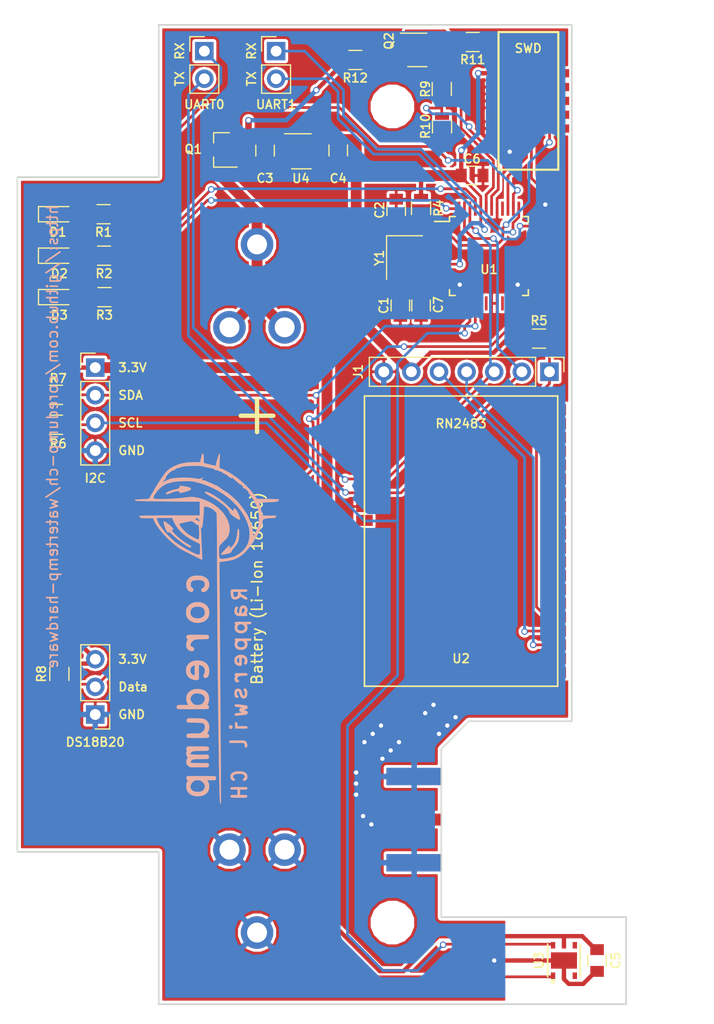
<source format=kicad_pcb>
(kicad_pcb (version 4) (host pcbnew 4.0.7)
  (title_block (title "Watertemp PCB") (date 2017-08-15) (rev v1.0) (company Coredump))
  (layers (0 F.Cu signal) (31 B.Cu signal) (34 B.Paste user) (35 F.Paste user) (36 B.SilkS user hide) (37 F.SilkS user) (38 B.Mask user) (39 F.Mask user hide) (44 Edge.Cuts user))
  (net 0 "")
  (net 1 GND)
  (net 2 "Net-(AE1-Pad1)")
  (net 3 "Net-(BT1-Pad1)")
  (net 4 "Net-(C1-Pad1)")
  (net 5 "Net-(C2-Pad1)")
  (net 6 3.3V)
  (net 7 RN_RST)
  (net 8 UC-TX0)
  (net 9 UC-RX0)
  (net 10 PGC_INT)
  (net 11 PGD_INT)
  (net 12 SWDIO)
  (net 13 SWDCLK)
  (net 14 NRESET)
  (net 15 SDA)
  (net 16 SCL)
  (net 17 UC-RX1)
  (net 18 UC-TX1)
  (net 19 LED1)
  (net 20 LED2)
  (net 21 LED3)
  (net 22 DS18B20)
  (net 23 "Net-(D1-Pad2)")
  (net 24 "Net-(D2-Pad2)")
  (net 25 "Net-(D3-Pad2)")
  (net 26 VBat)
  (net 27 VDivEnable)
  (net 28 "Net-(Q2-Pad3)")
  (net 29 "Net-(Q2-Pad4)")
  (net 30 ADC)
  (module Resistors_SMD:R_0805 (layer F.Cu) (at 66.04 45.8978 270)
    (fp_text reference R9 (at 0 1.4986 270) (layer F.SilkS) (effects (font (size 0.8 0.8))))
    (fp_text value 6.04K)
    (pad 1 smd rect (at -0.95 0 270) (size 0.7 1.3) (layers F.Cu F.Paste F.Mask) (net 29 "Net-(Q2-Pad4)"))
    (pad 2 smd rect (at 0.95 0 270) (size 0.7 1.3) (layers F.Cu F.Paste F.Mask) (net 30 ADC))
  )
  (module TO_SOT_Packages_SMD:SOT-23-5 (layer F.Cu) (at 53.129 51.623)
    (fp_text reference U4 (at -0.043 2.5044) (layer F.SilkS) (effects (font (size 0.8 0.8))))
    (fp_text value LP5907-Q1)
    (pad 1 smd rect (at -1.1 -0.95) (size 1.06 0.65) (layers F.Cu F.Paste F.Mask) (net 26 VBat))
    (pad 2 smd rect (at -1.1 0) (size 1.06 0.65) (layers F.Cu F.Paste F.Mask) (net 1 GND))
    (pad 3 smd rect (at -1.1 0.95) (size 1.06 0.65) (layers F.Cu F.Paste F.Mask) (net 26 VBat))
    (pad 4 smd rect (at 1.1 0.95) (size 1.06 0.65) (layers F.Cu F.Paste F.Mask) (net 1 GND))
    (pad 5 smd rect (at 1.1 -0.95) (size 1.06 0.65) (layers F.Cu F.Paste F.Mask) (net 6 3.3V))
  )
  (module SWD:SWD_10Pin (layer F.Cu) (at 74.0098 46.99)
    (fp_text reference J2)
    (fp_text value SWD (at -0.0196 -4.826) (layer F.SilkS) (effects (font (size 0.8 0.8))))
    (pad 1 smd rect (at -2.25 -2.54) (size 3 0.76) (layers F.Cu F.Paste F.Mask) (net 6 3.3V))
    (pad 2 smd rect (at 2.25 -2.54) (size 3 0.76) (layers F.Cu F.Paste F.Mask) (net 12 SWDIO))
    (pad 3 smd rect (at -2.25 -1.27) (size 3 0.76) (layers F.Cu F.Paste F.Mask) (net 1 GND))
    (pad 4 smd rect (at 2.25 -1.27) (size 3 0.76) (layers F.Cu F.Paste F.Mask) (net 13 SWDCLK))
    (pad 5 smd rect (at -2.25 0) (size 3 0.76) (layers F.Cu F.Paste F.Mask) (net 1 GND))
    (pad 6 smd rect (at 2.25 0) (size 3 0.76) (layers F.Cu F.Paste F.Mask))
    (pad 7 smd rect (at -2.25 1.27) (size 3 0.76) (layers F.Cu F.Paste F.Mask))
    (pad 8 smd rect (at 2.25 1.27) (size 3 0.76) (layers F.Cu F.Paste F.Mask))
    (pad 9 smd rect (at -2.25 2.54) (size 3 0.76) (layers F.Cu F.Paste F.Mask) (net 1 GND))
    (pad 10 smd rect (at 2.25 2.54) (size 3 0.76) (layers F.Cu F.Paste F.Mask) (net 14 NRESET))
  )
  (module StitchingVia:VIA-0.6mm (layer F.Cu) (at 59.563 113.4745 90)
    (fp_text reference REF** hide)
    (fp_text value VIA-0.6mm hide)
    (pad 1 thru_hole circle (at 0 0 90) (size 0.6 0.6) (drill 0.4) (layers *.Cu) (net 1 GND))
  )
  (module StitchingVia:VIA-0.6mm (layer F.Cu) (at 58.801 112.7125 90)
    (fp_text reference REF** hide)
    (fp_text value VIA-0.6mm hide)
    (pad 1 thru_hole circle (at 0 0 90) (size 0.6 0.6) (drill 0.4) (layers *.Cu) (net 1 GND))
  )
  (module StitchingVia:VIA-0.6mm (layer F.Cu) (at 58.166 110.744)
    (fp_text reference REF** hide)
    (fp_text value VIA-0.6mm hide)
    (pad 1 thru_hole circle (at 0 0) (size 0.6 0.6) (drill 0.4) (layers *.Cu) (net 1 GND))
  )
  (module StitchingVia:VIA-0.6mm (layer F.Cu) (at 58.166 109.728)
    (fp_text reference REF** hide)
    (fp_text value VIA-0.6mm hide)
    (pad 1 thru_hole circle (at 0 0) (size 0.6 0.6) (drill 0.4) (layers *.Cu) (net 1 GND))
  )
  (module StitchingVia:VIA-0.6mm (layer F.Cu) (at 58.166 108.712)
    (fp_text reference REF** hide)
    (fp_text value VIA-0.6mm hide)
    (pad 1 thru_hole circle (at 0 0) (size 0.6 0.6) (drill 0.4) (layers *.Cu) (net 1 GND))
  )
  (module StitchingVia:VIA-0.6mm (layer F.Cu) (at 73.025 63.881)
    (fp_text reference REF** hide)
    (fp_text value VIA-0.6mm hide)
    (pad 1 thru_hole circle (at 0 0) (size 0.6 0.6) (drill 0.4) (layers *.Cu) (net 1 GND))
  )
  (module StitchingVia:VIA-0.6mm (layer F.Cu) (at 67.691 63.881)
    (fp_text reference REF** hide)
    (fp_text value VIA-0.6mm hide)
    (pad 1 thru_hole circle (at 0 0) (size 0.6 0.6) (drill 0.4) (layers *.Cu) (net 1 GND))
  )
  (module Battery_Clips:36-54-ND (layer F.Cu) (at 49.0474 91.7986 270)
    (fp_text reference BT1)
    (fp_text value LiIo)
    (fp_text user "Battery (Li-Ion 18650)" (at 0 0 270) (layer F.SilkS))
    (pad 2 thru_hole circle (at 24 -2.54 270) (size 3 3) (drill 1.83) (layers *.Cu *.Mask) (net 1 GND))
    (pad 2 thru_hole circle (at 24 2.54 270) (size 3 3) (drill 1.83) (layers *.Cu *.Mask) (net 1 GND))
    (pad 2 thru_hole circle (at 31.62 0 270) (size 3 3) (drill 1.83) (layers *.Cu *.Mask) (net 1 GND))
    (pad 1 thru_hole circle (at -24 -2.54 270) (size 3 3) (drill 1.83) (layers *.Cu *.Mask) (net 3 "Net-(BT1-Pad1)"))
    (pad 1 thru_hole circle (at -24 2.54 270) (size 3 3) (drill 1.83) (layers *.Cu *.Mask) (net 3 "Net-(BT1-Pad1)"))
    (pad 1 thru_hole circle (at -31.62 0 270) (size 3 3) (drill 1.83) (layers *.Cu *.Mask) (net 3 "Net-(BT1-Pad1)"))
  )
  (module StitchingVia:VIA-0.6mm (layer F.Cu) (at 75.565 56.515)
    (fp_text reference REF** hide)
    (fp_text value VIA-0.6mm hide)
    (pad 1 thru_hole circle (at 0 0) (size 0.6 0.6) (drill 0.4) (layers *.Cu) (net 1 GND))
  )
  (module Pin_Headers:Pin_Header_Straight_1x07_Pitch2.54mm (layer F.Cu) (at 75.946 71.882 270)
    (fp_text reference J1 (at -0.0127 17.5895 450) (layer F.SilkS) (effects (font (size 0.8 0.8))))
    (fp_text value "RN2483 Ext")
    (pad 1 thru_hole rect (at 0 0 270) (size 1.7 1.7) (drill 1) (layers *.Cu *.Mask) (net 7 RN_RST))
    (pad 2 thru_hole oval (at 0 2.54 270) (size 1.7 1.7) (drill 1) (layers *.Cu *.Mask) (net 8 UC-TX0))
    (pad 3 thru_hole oval (at 0 5.08 270) (size 1.7 1.7) (drill 1) (layers *.Cu *.Mask) (net 9 UC-RX0))
    (pad 4 thru_hole oval (at 0 7.62 270) (size 1.7 1.7) (drill 1) (layers *.Cu *.Mask) (net 10 PGC_INT))
    (pad 5 thru_hole oval (at 0 10.16 270) (size 1.7 1.7) (drill 1) (layers *.Cu *.Mask) (net 11 PGD_INT))
    (pad 6 thru_hole oval (at 0 12.7 270) (size 1.7 1.7) (drill 1) (layers *.Cu *.Mask) (net 6 3.3V))
    (pad 7 thru_hole oval (at 0 15.24 270) (size 1.7 1.7) (drill 1) (layers *.Cu *.Mask) (net 1 GND))
  )
  (module StitchingVia:VIA-0.6mm (layer F.Cu) (at 65.278 102.489)
    (fp_text reference REF** hide)
    (fp_text value VIA-0.6mm hide)
    (pad 1 thru_hole circle (at 0 0) (size 0.6 0.6) (drill 0.4) (layers *.Cu) (net 1 GND))
  )
  (module StitchingVia:VIA-0.6mm (layer F.Cu) (at 64.516 103.251)
    (fp_text reference REF** hide)
    (fp_text value VIA-0.6mm hide)
    (pad 1 thru_hole circle (at 0 0) (size 0.6 0.6) (drill 0.4) (layers *.Cu) (net 1 GND))
  )
  (module StitchingVia:VIA-0.6mm (layer F.Cu) (at 67.31 103.632)
    (fp_text reference REF** hide)
    (fp_text value VIA-0.6mm hide)
    (pad 1 thru_hole circle (at 0 0) (size 0.6 0.6) (drill 0.4) (layers *.Cu) (net 1 GND))
  )
  (module StitchingVia:VIA-0.6mm (layer F.Cu) (at 66.548 104.394)
    (fp_text reference REF** hide)
    (fp_text value VIA-0.6mm hide)
    (pad 1 thru_hole circle (at 0 0) (size 0.6 0.6) (drill 0.4) (layers *.Cu) (net 1 GND))
  )
  (module StitchingVia:VIA-0.6mm (layer F.Cu) (at 65.786 105.156)
    (fp_text reference REF** hide)
    (fp_text value VIA-0.6mm hide)
    (pad 1 thru_hole circle (at 0 0) (size 0.6 0.6) (drill 0.4) (layers *.Cu) (net 1 GND))
  )
  (module StitchingVia:VIA-0.6mm (layer F.Cu) (at 60.579 107.442)
    (fp_text reference REF** hide)
    (fp_text value VIA-0.6mm hide)
    (pad 1 thru_hole circle (at 0 0) (size 0.6 0.6) (drill 0.4) (layers *.Cu) (net 1 GND))
  )
  (module StitchingVia:VIA-0.6mm (layer F.Cu) (at 61.341 106.68)
    (fp_text reference REF** hide)
    (fp_text value VIA-0.6mm hide)
    (pad 1 thru_hole circle (at 0 0) (size 0.6 0.6) (drill 0.4) (layers *.Cu) (net 1 GND))
  )
  (module StitchingVia:VIA-0.6mm (layer F.Cu) (at 62.103 105.918)
    (fp_text reference REF** hide)
    (fp_text value VIA-0.6mm hide)
    (pad 1 thru_hole circle (at 0 0) (size 0.6 0.6) (drill 0.4) (layers *.Cu) (net 1 GND))
  )
  (module StitchingVia:VIA-0.6mm (layer F.Cu) (at 60.452 104.394)
    (fp_text reference REF** hide)
    (fp_text value VIA-0.6mm hide)
    (pad 1 thru_hole circle (at 0 0) (size 0.6 0.6) (drill 0.4) (layers *.Cu) (net 1 GND))
  )
  (module StitchingVia:VIA-0.6mm (layer F.Cu) (at 59.69 105.156)
    (fp_text reference REF** hide)
    (fp_text value VIA-0.6mm hide)
    (pad 1 thru_hole circle (at 0 0) (size 0.6 0.6) (drill 0.4) (layers *.Cu) (net 1 GND))
  )
  (module StitchingVia:VIA-0.6mm (layer F.Cu) (at 58.928 105.918)
    (fp_text reference REF** hide)
    (fp_text value VIA-0.6mm hide)
    (pad 1 thru_hole circle (at 0 0) (size 0.6 0.6) (drill 0.4) (layers *.Cu) (net 1 GND))
  )
  (module Housings_QFP:LQFP-48_7x7mm_Pitch0.5mm (layer F.Cu) (at 70.378 61.246)
    (fp_text reference U1 (at 0.0112 1.238) (layer F.SilkS) (effects (font (size 0.8 0.8))))
    (fp_text value LPC11U24FBD48)
    (pad 1 smd rect (at -4.35 -2.75) (size 1.3 0.25) (layers F.Cu F.Paste F.Mask))
    (pad 2 smd rect (at -4.35 -2.25) (size 1.3 0.25) (layers F.Cu F.Paste F.Mask))
    (pad 3 smd rect (at -4.35 -1.75) (size 1.3 0.25) (layers F.Cu F.Paste F.Mask) (net 14 NRESET))
    (pad 4 smd rect (at -4.35 -1.25) (size 1.3 0.25) (layers F.Cu F.Paste F.Mask))
    (pad 5 smd rect (at -4.35 -0.75) (size 1.3 0.25) (layers F.Cu F.Paste F.Mask) (net 1 GND))
    (pad 6 smd rect (at -4.35 -0.25) (size 1.3 0.25) (layers F.Cu F.Paste F.Mask) (net 5 "Net-(C2-Pad1)"))
    (pad 7 smd rect (at -4.35 0.25) (size 1.3 0.25) (layers F.Cu F.Paste F.Mask) (net 4 "Net-(C1-Pad1)"))
    (pad 8 smd rect (at -4.35 0.75) (size 1.3 0.25) (layers F.Cu F.Paste F.Mask) (net 6 3.3V))
    (pad 9 smd rect (at -4.35 1.25) (size 1.3 0.25) (layers F.Cu F.Paste F.Mask))
    (pad 10 smd rect (at -4.35 1.75) (size 1.3 0.25) (layers F.Cu F.Paste F.Mask))
    (pad 11 smd rect (at -4.35 2.25) (size 1.3 0.25) (layers F.Cu F.Paste F.Mask))
    (pad 12 smd rect (at -4.35 2.75) (size 1.3 0.25) (layers F.Cu F.Paste F.Mask))
    (pad 13 smd rect (at -2.75 4.35 90) (size 1.3 0.25) (layers F.Cu F.Paste F.Mask))
    (pad 14 smd rect (at -2.25 4.35 90) (size 1.3 0.25) (layers F.Cu F.Paste F.Mask))
    (pad 15 smd rect (at -1.75 4.35 90) (size 1.3 0.25) (layers F.Cu F.Paste F.Mask) (net 16 SCL))
    (pad 16 smd rect (at -1.25 4.35 90) (size 1.3 0.25) (layers F.Cu F.Paste F.Mask) (net 15 SDA))
    (pad 17 smd rect (at -0.75 4.35 90) (size 1.3 0.25) (layers F.Cu F.Paste F.Mask))
    (pad 18 smd rect (at -0.25 4.35 90) (size 1.3 0.25) (layers F.Cu F.Paste F.Mask))
    (pad 19 smd rect (at 0.25 4.35 90) (size 1.3 0.25) (layers F.Cu F.Paste F.Mask) (net 1 GND))
    (pad 20 smd rect (at 0.75 4.35 90) (size 1.3 0.25) (layers F.Cu F.Paste F.Mask) (net 1 GND))
    (pad 21 smd rect (at 1.25 4.35 90) (size 1.3 0.25) (layers F.Cu F.Paste F.Mask))
    (pad 22 smd rect (at 1.75 4.35 90) (size 1.3 0.25) (layers F.Cu F.Paste F.Mask))
    (pad 23 smd rect (at 2.25 4.35 90) (size 1.3 0.25) (layers F.Cu F.Paste F.Mask))
    (pad 24 smd rect (at 2.75 4.35 90) (size 1.3 0.25) (layers F.Cu F.Paste F.Mask))
    (pad 25 smd rect (at 4.35 2.75) (size 1.3 0.25) (layers F.Cu F.Paste F.Mask) (net 22 DS18B20))
    (pad 26 smd rect (at 4.35 2.25) (size 1.3 0.25) (layers F.Cu F.Paste F.Mask))
    (pad 27 smd rect (at 4.35 1.75) (size 1.3 0.25) (layers F.Cu F.Paste F.Mask))
    (pad 28 smd rect (at 4.35 1.25) (size 1.3 0.25) (layers F.Cu F.Paste F.Mask))
    (pad 29 smd rect (at 4.35 0.75) (size 1.3 0.25) (layers F.Cu F.Paste F.Mask) (net 13 SWDCLK))
    (pad 30 smd rect (at 4.35 0.25) (size 1.3 0.25) (layers F.Cu F.Paste F.Mask))
    (pad 31 smd rect (at 4.35 -0.25) (size 1.3 0.25) (layers F.Cu F.Paste F.Mask))
    (pad 32 smd rect (at 4.35 -0.75) (size 1.3 0.25) (layers F.Cu F.Paste F.Mask))
    (pad 33 smd rect (at 4.35 -1.25) (size 1.3 0.25) (layers F.Cu F.Paste F.Mask))
    (pad 34 smd rect (at 4.35 -1.75) (size 1.3 0.25) (layers F.Cu F.Paste F.Mask))
    (pad 35 smd rect (at 4.35 -2.25) (size 1.3 0.25) (layers F.Cu F.Paste F.Mask))
    (pad 36 smd rect (at 4.35 -2.75) (size 1.3 0.25) (layers F.Cu F.Paste F.Mask) (net 18 UC-TX1))
    (pad 37 smd rect (at 2.75 -4.35 90) (size 1.3 0.25) (layers F.Cu F.Paste F.Mask) (net 17 UC-RX1))
    (pad 38 smd rect (at 2.25 -4.35 90) (size 1.3 0.25) (layers F.Cu F.Paste F.Mask) (net 19 LED1))
    (pad 39 smd rect (at 1.75 -4.35 90) (size 1.3 0.25) (layers F.Cu F.Paste F.Mask) (net 12 SWDIO))
    (pad 40 smd rect (at 1.25 -4.35 90) (size 1.3 0.25) (layers F.Cu F.Paste F.Mask))
    (pad 41 smd rect (at 0.75 -4.35 90) (size 1.3 0.25) (layers F.Cu F.Paste F.Mask) (net 1 GND))
    (pad 42 smd rect (at 0.25 -4.35 90) (size 1.3 0.25) (layers F.Cu F.Paste F.Mask) (net 30 ADC))
    (pad 43 smd rect (at -0.25 -4.35 90) (size 1.3 0.25) (layers F.Cu F.Paste F.Mask) (net 27 VDivEnable))
    (pad 44 smd rect (at -0.75 -4.35 90) (size 1.3 0.25) (layers F.Cu F.Paste F.Mask) (net 6 3.3V))
    (pad 45 smd rect (at -1.25 -4.35 90) (size 1.3 0.25) (layers F.Cu F.Paste F.Mask) (net 20 LED2))
    (pad 46 smd rect (at -1.75 -4.35 90) (size 1.3 0.25) (layers F.Cu F.Paste F.Mask) (net 9 UC-RX0))
    (pad 47 smd rect (at -2.25 -4.35 90) (size 1.3 0.25) (layers F.Cu F.Paste F.Mask) (net 8 UC-TX0))
    (pad 48 smd rect (at -2.75 -4.35 90) (size 1.3 0.25) (layers F.Cu F.Paste F.Mask) (net 21 LED3))
  )
  (module RN2483:RN2483 (layer F.Cu) (at 67.818 87.445 180)
    (fp_text reference U2 (at 0 -10.795 180) (layer F.SilkS) (effects (font (size 0.8 0.8))))
    (fp_text value RN2483)
    (fp_text user RN2483 (at 0 10.795 180) (layer F.SilkS) (effects (font (size 0.8 0.8))))
    (pad 4 smd rect (at 8.89 8.255 180) (size 1.524 1.016) (layers F.Cu F.Paste F.Mask))
    (pad 3 smd rect (at 8.89 9.525 180) (size 1.524 1.016) (layers F.Cu F.Paste F.Mask))
    (pad 2 smd rect (at 8.89 10.795 180) (size 1.524 1.016) (layers F.Cu F.Paste F.Mask))
    (pad 1 smd rect (at 8.89 12.065 180) (size 1.524 1.016) (layers F.Cu F.Paste F.Mask) (net 1 GND))
    (pad 5 smd rect (at 8.89 6.985 180) (size 1.524 1.016) (layers F.Cu F.Paste F.Mask))
    (pad 6 smd rect (at 8.89 5.715 180) (size 1.524 1.016) (layers F.Cu F.Paste F.Mask) (net 9 UC-RX0))
    (pad 7 smd rect (at 8.89 4.445 180) (size 1.524 1.016) (layers F.Cu F.Paste F.Mask) (net 8 UC-TX0))
    (pad 8 smd rect (at 8.89 3.175 180) (size 1.524 1.016) (layers F.Cu F.Paste F.Mask) (net 1 GND))
    (pad 9 smd rect (at 8.89 1.905 180) (size 1.524 1.016) (layers F.Cu F.Paste F.Mask))
    (pad 10 smd rect (at 8.89 0.635 180) (size 1.524 1.016) (layers F.Cu F.Paste F.Mask))
    (pad 11 smd rect (at 8.89 -0.635 180) (size 1.524 1.016) (layers F.Cu F.Paste F.Mask) (net 1 GND))
    (pad 12 smd rect (at 8.89 -1.905 180) (size 1.524 1.016) (layers F.Cu F.Paste F.Mask) (net 6 3.3V))
    (pad 13 smd rect (at 8.89 -3.175 180) (size 1.524 1.016) (layers F.Cu F.Paste F.Mask))
    (pad 14 smd rect (at 8.89 -4.445 180) (size 1.524 1.016) (layers F.Cu F.Paste F.Mask))
    (pad 15 smd rect (at 8.89 -5.715 180) (size 1.524 1.016) (layers F.Cu F.Paste F.Mask))
    (pad 16 smd rect (at 8.89 -6.985 180) (size 1.524 1.016) (layers F.Cu F.Paste F.Mask))
    (pad 17 smd rect (at 8.89 -8.255 180) (size 1.524 1.016) (layers F.Cu F.Paste F.Mask))
    (pad 18 smd rect (at 8.89 -9.525 180) (size 1.524 1.016) (layers F.Cu F.Paste F.Mask))
    (pad 19 smd rect (at 8.89 -10.795 180) (size 1.524 1.016) (layers F.Cu F.Paste F.Mask))
    (pad 20 smd rect (at 8.89 -12.065 180) (size 1.524 1.016) (layers F.Cu F.Paste F.Mask) (net 1 GND))
    (pad 21 smd rect (at 3.81 -13.335 270) (size 1.524 1.016) (layers F.Cu F.Paste F.Mask) (net 1 GND))
    (pad 22 smd rect (at 2.54 -13.335 270) (size 1.524 1.016) (layers F.Cu F.Paste F.Mask) (net 1 GND))
    (pad 23 smd rect (at 1.27 -13.335 270) (size 1.524 1.016) (layers F.Cu F.Paste F.Mask) (net 2 "Net-(AE1-Pad1)"))
    (pad 24 smd rect (at 0 -13.335 270) (size 1.524 1.016) (layers F.Cu F.Paste F.Mask) (net 1 GND))
    (pad 25 smd rect (at -1.27 -13.335 270) (size 1.524 1.016) (layers F.Cu F.Paste F.Mask))
    (pad 26 smd rect (at -2.54 -13.335 270) (size 1.524 1.016) (layers F.Cu F.Paste F.Mask) (net 1 GND))
    (pad 27 smd rect (at -3.81 -13.335 270) (size 1.524 1.016) (layers F.Cu F.Paste F.Mask) (net 1 GND))
    (pad 28 smd rect (at -8.89 -12.065 180) (size 1.524 1.016) (layers F.Cu F.Paste F.Mask) (net 1 GND))
    (pad 29 smd rect (at -8.89 -10.795 180) (size 1.524 1.016) (layers F.Cu F.Paste F.Mask))
    (pad 30 smd rect (at -8.89 -9.525 180) (size 1.524 1.016) (layers F.Cu F.Paste F.Mask) (net 10 PGC_INT))
    (pad 31 smd rect (at -8.89 -8.255 180) (size 1.524 1.016) (layers F.Cu F.Paste F.Mask) (net 11 PGD_INT))
    (pad 32 smd rect (at -8.89 -6.985 180) (size 1.524 1.016) (layers F.Cu F.Paste F.Mask) (net 7 RN_RST))
    (pad 33 smd rect (at -8.89 -5.715 180) (size 1.524 1.016) (layers F.Cu F.Paste F.Mask) (net 1 GND))
    (pad 34 smd rect (at -8.89 -4.445 180) (size 1.524 1.016) (layers F.Cu F.Paste F.Mask))
    (pad 35 smd rect (at -8.89 -3.175 180) (size 1.524 1.016) (layers F.Cu F.Paste F.Mask))
    (pad 36 smd rect (at -8.89 -1.905 180) (size 1.524 1.016) (layers F.Cu F.Paste F.Mask))
    (pad 37 smd rect (at -8.89 -0.635 180) (size 1.524 1.016) (layers F.Cu F.Paste F.Mask))
    (pad 38 smd rect (at -8.89 0.635 180) (size 1.524 1.016) (layers F.Cu F.Paste F.Mask))
    (pad 39 smd rect (at -8.89 1.905 180) (size 1.524 1.016) (layers F.Cu F.Paste F.Mask))
    (pad 40 smd rect (at -8.89 3.175 180) (size 1.524 1.016) (layers F.Cu F.Paste F.Mask))
    (pad 41 smd rect (at -8.89 4.445 180) (size 1.524 1.016) (layers F.Cu F.Paste F.Mask) (net 1 GND))
    (pad 42 smd rect (at -8.89 5.715 180) (size 1.524 1.016) (layers F.Cu F.Paste F.Mask))
    (pad 43 smd rect (at -8.89 6.985 180) (size 1.524 1.016) (layers F.Cu F.Paste F.Mask))
    (pad 44 smd rect (at -8.89 8.255 180) (size 1.524 1.016) (layers F.Cu F.Paste F.Mask))
    (pad 45 smd rect (at -8.89 9.525 180) (size 1.524 1.016) (layers F.Cu F.Paste F.Mask))
    (pad 46 smd rect (at -8.89 10.795 180) (size 1.524 1.016) (layers F.Cu F.Paste F.Mask))
    (pad 47 smd rect (at -8.89 12.065 180) (size 1.524 1.016) (layers F.Cu F.Paste F.Mask) (net 1 GND))
  )
  (module Mounting_Holes:MountingHole_3.5mm (layer F.Cu) (at 61.5 122.5)
    (fp_text reference REF** hide)
    (fp_text value MountingHole_3.5mm hide)
    (pad 1 np_thru_hole circle (at 0 0) (size 3.5 3.5) (drill 3.5) (layers *.Cu *.Mask))
  )
  (module Capacitors_SMD:C_0805 (layer F.Cu) (at 62.23 65.786 270)
    (fp_text reference C1 (at 0 1.524 270) (layer F.SilkS) (effects (font (size 0.8 0.8))))
    (fp_text value 18pF hide)
    (pad 1 smd rect (at -1 0 270) (size 1 1.25) (layers F.Cu F.Paste F.Mask) (net 4 "Net-(C1-Pad1)"))
    (pad 2 smd rect (at 1 0 270) (size 1 1.25) (layers F.Cu F.Paste F.Mask) (net 1 GND))
  )
  (module Capacitors_SMD:C_0805 (layer F.Cu) (at 61.849 57.023 90)
    (fp_text reference C2 (at 0 -1.524 90) (layer F.SilkS) (effects (font (size 0.8 0.8))))
    (fp_text value 18pF hide)
    (pad 1 smd rect (at -1 0 90) (size 1 1.25) (layers F.Cu F.Paste F.Mask) (net 5 "Net-(C2-Pad1)"))
    (pad 2 smd rect (at 1 0 90) (size 1 1.25) (layers F.Cu F.Paste F.Mask) (net 1 GND))
  )
  (module Pin_Headers:Pin_Header_Straight_1x04_Pitch2.54mm (layer F.Cu) (at 34.163 71.501)
    (fp_text reference J3 hide)
    (fp_text value I2C (at 0 10.16) (layer F.SilkS) (effects (font (size 0.8 0.8))))
    (pad 1 thru_hole rect (at 0 0) (size 1.7 1.7) (drill 1) (layers *.Cu *.Mask) (net 6 3.3V))
    (pad 2 thru_hole oval (at 0 2.54) (size 1.7 1.7) (drill 1) (layers *.Cu *.Mask) (net 15 SDA))
    (pad 3 thru_hole oval (at 0 5.08) (size 1.7 1.7) (drill 1) (layers *.Cu *.Mask) (net 16 SCL))
    (pad 4 thru_hole oval (at 0 7.62) (size 1.7 1.7) (drill 1) (layers *.Cu *.Mask) (net 1 GND))
  )
  (module Pin_Headers:Pin_Header_Straight_1x02_Pitch2.54mm (layer F.Cu) (at 50.8 42.418)
    (fp_text reference J4 hide)
    (fp_text value UART1 (at 0 4.9022 180) (layer F.SilkS) (effects (font (size 0.8 0.8))))
    (pad 1 thru_hole rect (at 0 0) (size 1.7 1.7) (drill 1) (layers *.Cu *.Mask) (net 17 UC-RX1))
    (pad 2 thru_hole oval (at 0 2.54) (size 1.7 1.7) (drill 1) (layers *.Cu *.Mask) (net 18 UC-TX1))
  )
  (module Sensirion:SHT21 (layer F.Cu) (at 77.2795 125.984)
    (fp_text reference U3 (at -2.286 0 90) (layer F.SilkS) (effects (font (size 0.8 0.8))))
    (fp_text value SHT21)
    (pad 5 smd rect (at 0 -1.5) (size 0.4 0.6) (drill oval (offset 0 0.1)) (layers F.Cu F.Paste F.Mask) (net 6 3.3V))
    (pad 6 smd rect (at -1 -1.5) (size 0.4 0.6) (drill oval (offset 0 0.1)) (layers F.Cu F.Paste F.Mask) (net 16 SCL))
    (pad 4 smd rect (at 1 -1.5) (size 0.4 0.6) (drill oval (offset 0 0.1)) (layers F.Cu F.Paste F.Mask))
    (pad 3 smd rect (at 1 1.5) (size 0.4 0.6) (drill oval (offset 0 -0.1)) (layers F.Cu F.Paste F.Mask))
    (pad 1 smd rect (at -1 1.5) (size 0.4 0.6) (drill oval (offset 0 -0.1)) (layers F.Cu F.Paste F.Mask) (net 15 SDA))
    (pad 2 smd rect (at 0 1.5) (size 0.4 0.6) (drill oval (offset 0 -0.1)) (layers F.Cu F.Paste F.Mask) (net 1 GND))
    (pad 2 smd rect (at 0 0) (size 2.4 1.5) (layers F.Cu F.Paste F.Mask) (net 1 GND))
  )
  (module Pin_Headers:Pin_Header_Straight_1x03_Pitch2.54mm (layer F.Cu) (at 34.163 103.378 180)
    (fp_text reference U5)
    (fp_text value DS18B20 (at 0 -2.54 180) (layer F.SilkS) (effects (font (size 0.8 0.8))))
    (pad 1 thru_hole rect (at 0 0 180) (size 1.7 1.7) (drill 1) (layers *.Cu *.Mask) (net 1 GND))
    (pad 2 thru_hole oval (at 0 2.54 180) (size 1.7 1.7) (drill 1) (layers *.Cu *.Mask) (net 22 DS18B20))
    (pad 3 thru_hole oval (at 0 5.08 180) (size 1.7 1.7) (drill 1) (layers *.Cu *.Mask) (net 6 3.3V))
  )
  (module Pin_Headers:Pin_Header_Straight_1x02_Pitch2.54mm (layer F.Cu) (at 44.196 42.418)
    (fp_text reference J5 hide)
    (fp_text value UART0 (at 0 4.9022 180) (layer F.SilkS) (effects (font (size 0.8 0.8))))
    (pad 1 thru_hole rect (at 0 0) (size 1.7 1.7) (drill 1) (layers *.Cu *.Mask) (net 9 UC-RX0))
    (pad 2 thru_hole oval (at 0 2.54) (size 1.7 1.7) (drill 1) (layers *.Cu *.Mask) (net 8 UC-TX0))
  )
  (module Crystals:Crystal_SMD_Abracon_ABM8G-4pin_3.2x2.5mm (layer F.Cu) (at 62.611 61.384 270)
    (fp_text reference Y1 (at 0.0332 2.3114 270) (layer F.SilkS) (effects (font (size 0.8 0.8))))
    (fp_text value 12MHz hide)
    (pad 1 smd rect (at -1.1 0.85 270) (size 1.4 1.2) (layers F.Cu F.Paste F.Mask) (net 5 "Net-(C2-Pad1)"))
    (pad 2 smd rect (at 1.1 0.85 270) (size 1.4 1.2) (layers F.Cu F.Paste F.Mask) (net 1 GND))
    (pad 3 smd rect (at 1.1 -0.85 270) (size 1.4 1.2) (layers F.Cu F.Paste F.Mask) (net 4 "Net-(C1-Pad1)"))
    (pad 4 smd rect (at -1.1 -0.85 270) (size 1.4 1.2) (layers F.Cu F.Paste F.Mask) (net 1 GND))
  )
  (module Mounting_Holes:MountingHole_3.5mm (layer F.Cu) (at 61.5 47.5)
    (fp_text reference REF** hide)
    (fp_text value MountingHole_3.5mm hide)
    (pad 1 np_thru_hole circle (at 0 0) (size 3.5 3.5) (drill 3.5) (layers *.Cu *.Mask))
  )
  (module LEDs:LED_0805 (layer F.Cu) (at 30.7418 57.404)
    (fp_text reference D1 (at -0.0078 1.651 180) (layer F.SilkS) (effects (font (size 0.8 0.8))))
    (fp_text value LED hide)
    (pad 2 smd rect (at 1.1 0 180) (size 1.2 1.2) (layers F.Cu F.Paste F.Mask) (net 23 "Net-(D1-Pad2)"))
    (pad 1 smd rect (at -1.1 0 180) (size 1.2 1.2) (layers F.Cu F.Paste F.Mask) (net 1 GND))
  )
  (module LEDs:LED_0805 (layer F.Cu) (at 30.734 61.214)
    (fp_text reference D2 (at 0.127 1.651 180) (layer F.SilkS) (effects (font (size 0.8 0.8))))
    (fp_text value LED hide)
    (pad 2 smd rect (at 1.1 0 180) (size 1.2 1.2) (layers F.Cu F.Paste F.Mask) (net 24 "Net-(D2-Pad2)"))
    (pad 1 smd rect (at -1.1 0 180) (size 1.2 1.2) (layers F.Cu F.Paste F.Mask) (net 1 GND))
  )
  (module LEDs:LED_0805 (layer F.Cu) (at 30.7418 65.024)
    (fp_text reference D3 (at 0.1192 1.651 180) (layer F.SilkS) (effects (font (size 0.8 0.8))))
    (fp_text value LED hide)
    (pad 2 smd rect (at 1.1 0 180) (size 1.2 1.2) (layers F.Cu F.Paste F.Mask) (net 25 "Net-(D3-Pad2)"))
    (pad 1 smd rect (at -1.1 0 180) (size 1.2 1.2) (layers F.Cu F.Paste F.Mask) (net 1 GND))
  )
  (module Capacitors_SMD:C_0805 (layer F.Cu) (at 68.834 53.848)
    (fp_text reference C6 (at 0 -1.524) (layer F.SilkS) (effects (font (size 0.8 0.8))))
    (fp_text value 100nF)
    (pad 1 smd rect (at -1 0) (size 1 1.25) (layers F.Cu F.Paste F.Mask) (net 6 3.3V))
    (pad 2 smd rect (at 1 0) (size 1 1.25) (layers F.Cu F.Paste F.Mask) (net 1 GND))
  )
  (module Capacitors_SMD:C_0805 (layer F.Cu) (at 64.135 65.786 90)
    (fp_text reference C7 (at 0.0635 1.5875 90) (layer F.SilkS) (effects (font (size 0.8 0.8))))
    (fp_text value 100nF)
    (pad 1 smd rect (at -1 0 90) (size 1 1.25) (layers F.Cu F.Paste F.Mask) (net 1 GND))
    (pad 2 smd rect (at 1 0 90) (size 1 1.25) (layers F.Cu F.Paste F.Mask) (net 6 3.3V))
  )
  (module Resistors_SMD:R_0805 (layer F.Cu) (at 64.135 56.835 270)
    (fp_text reference R4 (at 0.0102 -1.6256 450) (layer F.SilkS) (effects (font (size 0.8 0.8))))
    (fp_text value 10KΩ)
    (pad 1 smd rect (at -0.95 0 270) (size 0.7 1.3) (layers F.Cu F.Paste F.Mask) (net 6 3.3V))
    (pad 2 smd rect (at 0.95 0 270) (size 0.7 1.3) (layers F.Cu F.Paste F.Mask) (net 14 NRESET))
  )
  (module Resistors_SMD:R_0805 (layer F.Cu) (at 74.991 68.834)
    (fp_text reference R5 (at 0 -1.65) (layer F.SilkS) (effects (font (size 0.8 0.8))))
    (fp_text value 10KΩ)
    (pad 1 smd rect (at -0.95 0) (size 0.7 1.3) (layers F.Cu F.Paste F.Mask) (net 6 3.3V))
    (pad 2 smd rect (at 0.95 0) (size 0.7 1.3) (layers F.Cu F.Paste F.Mask) (net 7 RN_RST))
  )
  (module StitchingVia:VIA-0.6mm (layer F.Cu) (at 72.2884 51.6636)
    (fp_text reference REF** hide)
    (fp_text value VIA-0.6mm hide)
    (pad 1 thru_hole circle (at 0 0) (size 0.6 0.6) (drill 0.4) (layers *.Cu) (net 1 GND))
  )
  (module RF:SMA_EDGE (layer F.Cu) (at 66.05 113.0375 270)
    (fp_text reference AE1)
    (fp_text value Antenna_Shield)
    (pad 2 smd rect (at -3.9625 2.55 270) (size 1.6 5.1) (layers F.Cu F.Paste F.Mask) (net 1 GND))
    (pad 1 smd rect (at 0 2.55 270) (size 1.1 5.1) (layers F.Cu F.Paste F.Mask) (net 2 "Net-(AE1-Pad1)"))
    (pad 2 smd rect (at 3.9625 2.55 270) (size 1.6 5.1) (layers F.Cu F.Paste F.Mask) (net 1 GND))
    (pad 2 smd rect (at -3.9625 2.55 270) (size 1.6 5.1) (layers B.Cu F.Paste F.Mask) (net 1 GND))
    (pad 2 smd rect (at 3.9625 2.55 270) (size 1.6 5.1) (layers B.Cu F.Paste F.Mask) (net 1 GND))
  )
  (module Logos:OSHW-Logo_5.7x6mm_Mask (layer F.Cu) (at 33.655 88.519)
    (fp_text reference REF*** hide)
    (fp_text value OSHW-Logo_5.7x6mm_Copper hide)
  )
  (module Logos:Coredump-Logo_32.2x13.3mm_Silkscreen (layer B.Cu) (at 44.45 95.504 270)
    (fp_text reference G*** hide)
    (fp_text value LOGO hide)
  )
  (module TO_SOT_Packages_SMD:SOT-23 (layer F.Cu) (at 45.8122 51.496 180)
    (fp_text reference Q1 (at 2.6322 0.061 180) (layer F.SilkS) (effects (font (size 0.8 0.8))))
    (fp_text value Q_PMOS_GSD)
    (pad 1 smd rect (at -1 -0.95 180) (size 0.9 0.8) (layers F.Cu F.Paste F.Mask) (net 1 GND))
    (pad 2 smd rect (at -1 0.95 180) (size 0.9 0.8) (layers F.Cu F.Paste F.Mask) (net 26 VBat))
    (pad 3 smd rect (at 1 0 180) (size 0.9 0.8) (layers F.Cu F.Paste F.Mask) (net 3 "Net-(BT1-Pad1)"))
  )
  (module TSOT_Custom:TSOT26 (layer F.Cu) (at 63.7872 42.2808)
    (fp_text reference Q2 (at -2.5986 -0.8026 270) (layer F.SilkS) (effects (font (size 0.8 0.8))))
    (fp_text value Q_DUAL_NMOS_GSD_PMOS_SGD)
    (pad 1 smd rect (at -1.1 -0.95) (size 1 0.7) (layers F.Cu F.Paste F.Mask) (net 27 VDivEnable))
    (pad 2 smd rect (at -1.1 0) (size 1 0.7) (layers F.Cu F.Paste F.Mask) (net 26 VBat))
    (pad 3 smd rect (at -1.1 0.95) (size 1 0.7) (layers F.Cu F.Paste F.Mask) (net 28 "Net-(Q2-Pad3)"))
    (pad 4 smd rect (at 1.1 0.95) (size 1 0.7) (layers F.Cu F.Paste F.Mask) (net 29 "Net-(Q2-Pad4)"))
    (pad 5 smd rect (at 1.1 0) (size 1 0.7) (layers F.Cu F.Paste F.Mask) (net 1 GND))
    (pad 6 smd rect (at 1.1 -0.95) (size 1 0.7) (layers F.Cu F.Paste F.Mask) (net 28 "Net-(Q2-Pad3)"))
  )
  (module Resistors_SMD:R_0805 (layer F.Cu) (at 66.0654 49.337 270)
    (fp_text reference R10 (at -0.0102 1.524 270) (layer F.SilkS) (effects (font (size 0.8 0.8))))
    (fp_text value 9.30K)
    (pad 1 smd rect (at -0.95 0 270) (size 0.7 1.3) (layers F.Cu F.Paste F.Mask) (net 30 ADC))
    (pad 2 smd rect (at 0.95 0 270) (size 0.7 1.3) (layers F.Cu F.Paste F.Mask) (net 1 GND))
  )
  (module Resistors_SMD:R_0805 (layer F.Cu) (at 68.8848 41.5798 180)
    (fp_text reference R11 (at 0 -1.6256 180) (layer F.SilkS) (effects (font (size 0.8 0.8))))
    (fp_text value 10KΩ)
    (pad 1 smd rect (at -0.95 0 180) (size 0.7 1.3) (layers F.Cu F.Paste F.Mask) (net 1 GND))
    (pad 2 smd rect (at 0.95 0 180) (size 0.7 1.3) (layers F.Cu F.Paste F.Mask) (net 27 VDivEnable))
  )
  (module Resistors_SMD:R_0805 (layer F.Cu) (at 58.0898 43.2308 180)
    (fp_text reference R12 (at 0.0102 -1.651 180) (layer F.SilkS) (effects (font (size 0.8 0.8))))
    (fp_text value 10KΩ)
    (pad 1 smd rect (at -0.95 0 180) (size 0.7 1.3) (layers F.Cu F.Paste F.Mask) (net 28 "Net-(Q2-Pad3)"))
    (pad 2 smd rect (at 0.95 0 180) (size 0.7 1.3) (layers F.Cu F.Paste F.Mask) (net 26 VBat))
  )
  (module Resistors_SMD:R_0805 (layer F.Cu) (at 30.55 74)
    (fp_text reference R7 (at 0.2 -1.5) (layer F.SilkS) (effects (font (size 0.8 0.8))))
    (fp_text value 10KΩ)
    (pad 1 smd rect (at -0.95 0) (size 0.7 1.3) (layers F.Cu F.Paste F.Mask) (net 6 3.3V))
    (pad 2 smd rect (at 0.95 0) (size 0.7 1.3) (layers F.Cu F.Paste F.Mask) (net 15 SDA))
  )
  (module Resistors_SMD:R_0805 (layer F.Cu) (at 30.55 76.75)
    (fp_text reference R6 (at 0.2 1.75) (layer F.SilkS) (effects (font (size 0.8 0.8))))
    (fp_text value 10KΩ)
    (pad 1 smd rect (at -0.95 0) (size 0.7 1.3) (layers F.Cu F.Paste F.Mask) (net 6 3.3V))
    (pad 2 smd rect (at 0.95 0) (size 0.7 1.3) (layers F.Cu F.Paste F.Mask) (net 16 SCL))
  )
  (module Resistors_SMD:R_0805 (layer F.Cu) (at 34.925 57.404 180)
    (fp_text reference R1 (at 0 -1.65 180) (layer F.SilkS) (effects (font (size 0.8 0.8))))
    (fp_text value 470Ω)
    (pad 1 smd rect (at -0.95 0 180) (size 0.7 1.3) (layers F.Cu F.Paste F.Mask) (net 19 LED1))
    (pad 2 smd rect (at 0.95 0 180) (size 0.7 1.3) (layers F.Cu F.Paste F.Mask) (net 23 "Net-(D1-Pad2)"))
  )
  (module Resistors_SMD:R_0805 (layer F.Cu) (at 34.972 61.214 180)
    (fp_text reference R2 (at 0 -1.65 180) (layer F.SilkS) (effects (font (size 0.8 0.8))))
    (fp_text value 470Ω)
    (pad 1 smd rect (at -0.95 0 180) (size 0.7 1.3) (layers F.Cu F.Paste F.Mask) (net 20 LED2))
    (pad 2 smd rect (at 0.95 0 180) (size 0.7 1.3) (layers F.Cu F.Paste F.Mask) (net 24 "Net-(D2-Pad2)"))
  )
  (module Resistors_SMD:R_0805 (layer F.Cu) (at 35.005 65.024 180)
    (fp_text reference R3 (at 0 -1.65 180) (layer F.SilkS) (effects (font (size 0.8 0.8))))
    (fp_text value 470Ω)
    (pad 1 smd rect (at -0.95 0 180) (size 0.7 1.3) (layers F.Cu F.Paste F.Mask) (net 21 LED3))
    (pad 2 smd rect (at 0.95 0 180) (size 0.7 1.3) (layers F.Cu F.Paste F.Mask) (net 25 "Net-(D3-Pad2)"))
  )
  (module Resistors_SMD:R_0805 (layer F.Cu) (at 30.861 99.648 270)
    (fp_text reference R8 (at -0.0038 1.651 270) (layer F.SilkS) (effects (font (size 0.8 0.8))))
    (fp_text value 4.7K)
    (pad 1 smd rect (at -0.95 0 270) (size 0.7 1.3) (layers F.Cu F.Paste F.Mask) (net 6 3.3V))
    (pad 2 smd rect (at 0.95 0 270) (size 0.7 1.3) (layers F.Cu F.Paste F.Mask) (net 22 DS18B20))
  )
  (module Capacitors_SMD:C_0805 (layer F.Cu) (at 80.3275 125.984 90)
    (fp_text reference C5 (at 0 1.7145 90) (layer F.SilkS) (effects (font (size 0.8 0.8))))
    (fp_text value 100nF)
    (pad 1 smd rect (at -1 0 90) (size 1 1.25) (layers F.Cu F.Paste F.Mask) (net 1 GND))
    (pad 2 smd rect (at 1 0 90) (size 1 1.25) (layers F.Cu F.Paste F.Mask) (net 6 3.3V))
  )
  (module Capacitors_SMD:C_0805 (layer F.Cu) (at 49.784 51.562 270)
    (fp_text reference C3 (at 2.54 0 360) (layer F.SilkS) (effects (font (size 0.8 0.8))))
    (fp_text value 1uF)
    (pad 1 smd rect (at -1 0 270) (size 1 1.25) (layers F.Cu F.Paste F.Mask) (net 26 VBat))
    (pad 2 smd rect (at 1 0 270) (size 1 1.25) (layers F.Cu F.Paste F.Mask) (net 1 GND))
  )
  (module Capacitors_SMD:C_0805 (layer F.Cu) (at 56.515 51.546 270)
    (fp_text reference C4 (at 2.5814 0 360) (layer F.SilkS) (effects (font (size 0.8 0.8))))
    (fp_text value 1uF)
    (pad 1 smd rect (at -1 0 270) (size 1 1.25) (layers F.Cu F.Paste F.Mask) (net 6 3.3V))
    (pad 2 smd rect (at 1 0 270) (size 1 1.25) (layers F.Cu F.Paste F.Mask) (net 1 GND))
  )
  (gr_text TX (at 41.9354 44.958 90) (layer F.SilkS) (effects (font (size 0.8 0.8))))
  (gr_text RX (at 41.9354 42.418 90) (layer F.SilkS) (effects (font (size 0.8 0.8))))
  (gr_text TX (at 48.5394 44.958 90) (layer F.SilkS) (effects (font (size 0.8 0.8))))
  (gr_text RX (at 48.5394 42.418 90) (layer F.SilkS) (effects (font (size 0.8 0.8))))
  (gr_text https://github.com/coredump-ch/watertemp-hardware (at 30.226 77.851 90) (layer B.SilkS) (effects (font (size 1 1)) (justify mirror)))
  (gr_text GND (at 36.195 103.378) (layer F.SilkS) (effects (font (size 0.8 0.8)) (justify left)))
  (gr_text Data (at 36.195 100.838) (layer F.SilkS) (effects (font (size 0.8 0.8)) (justify left)))
  (gr_text 3.3V (at 36.195 98.298) (layer F.SilkS) (effects (font (size 0.8 0.8)) (justify left)))
  (gr_text 3.3V (at 36.195 71.501) (layer F.SilkS) (effects (font (size 0.8 0.8)) (justify left)))
  (gr_text SDA (at 36.195 74.041) (layer F.SilkS) (effects (font (size 0.8 0.8)) (justify left)))
  (gr_text SCL (at 36.195 76.581) (layer F.SilkS) (effects (font (size 0.8 0.8)) (justify left)))
  (gr_text GND (at 36.195 79.121) (layer F.SilkS) (effects (font (size 0.8 0.8)) (justify left)))
  (gr_line (start 40 130) (end 40 116) (layer Edge.Cuts) (width 0.15))
  (gr_line (start 40 54) (end 40 40) (layer Edge.Cuts) (width 0.15))
  (gr_line (start 27 54) (end 27 116) (layer Edge.Cuts) (width 0.15))
  (gr_line (start 40 116) (end 27 116) (layer Edge.Cuts) (width 0.15))
  (gr_line (start 40 54) (end 27 54) (layer Edge.Cuts) (width 0.15))
  (gr_line (start 68.5292 104) (end 66 106.553) (layer Edge.Cuts) (width 0.15))
  (gr_line (start 83 130) (end 83 122) (layer Edge.Cuts) (width 0.15))
  (gr_line (start 78 40) (end 40 40) (layer Edge.Cuts) (width 0.15))
  (gr_line (start 78 104) (end 78 40) (layer Edge.Cuts) (width 0.15))
  (gr_line (start 68.5292 104) (end 78 104) (layer Edge.Cuts) (width 0.15))
  (gr_line (start 66 122) (end 66 106.553) (layer Edge.Cuts) (width 0.15))
  (gr_line (start 83 122) (end 66 122) (layer Edge.Cuts) (width 0.15))
  (gr_line (start 40 130) (end 83 130) (layer Edge.Cuts) (width 0.15))
  (segment (start 71.1962 125.984) (end 70.866 125.984) (width 0.4) (layer F.Cu) (net 1))
  (via (at 70.866 125.984) (size 0.6) (drill 0.4) (layers F.Cu B.Cu) (net 1))
  (segment (start 72.9615 125.984) (end 71.1962 125.984) (width 0.4) (layer F.Cu) (net 1))
  (segment (start 77.2795 127.484) (end 77.2795 125.984) (width 0.4) (layer F.Cu) (net 1))
  (segment (start 77.2795 125.984) (end 72.9615 125.984) (width 0.4) (layer F.Cu) (net 1))
  (segment (start 77.2795 127.484) (end 77.2795 127.694002) (width 0.4) (layer F.Cu) (net 1))
  (segment (start 77.2795 127.694002) (end 77.719499 128.134001) (width 0.4) (layer F.Cu) (net 1))
  (segment (start 77.719499 128.134001) (end 79.052499 128.134001) (width 0.4) (layer F.Cu) (net 1))
  (segment (start 79.052499 128.134001) (end 80.2025 126.984) (width 0.4) (layer F.Cu) (net 1))
  (segment (start 80.2025 126.984) (end 80.3275 126.984) (width 0.4) (layer F.Cu) (net 1))
  (segment (start 63.5 113.0375) (end 60.75922 113.0375) (width 1.016) (layer F.Cu) (net 2))
  (segment (start 60.75922 113.0375) (end 59.309 111.58728) (width 1.016) (layer F.Cu) (net 2))
  (segment (start 59.309 111.58728) (end 59.309 107.1118) (width 1.016) (layer F.Cu) (net 2))
  (segment (start 59.309 107.1118) (end 61.849 104.5718) (width 1.016) (layer F.Cu) (net 2))
  (segment (start 61.849 104.5718) (end 64.8462 104.5718) (width 1.016) (layer F.Cu) (net 2))
  (segment (start 64.8462 104.5718) (end 66.548 102.87) (width 1.016) (layer F.Cu) (net 2))
  (segment (start 66.548 102.87) (end 66.548 100.7872) (width 1.016) (layer F.Cu) (net 2))
  (segment (start 49.0474 65.2586) (end 46.5074 67.7986) (width 1) (layer F.Cu) (net 3))
  (segment (start 49.0474 60.1786) (end 49.0474 57.2262) (width 1) (layer F.Cu) (net 3))
  (segment (start 49.0474 57.2262) (end 44.8122 52.991) (width 1) (layer F.Cu) (net 3))
  (segment (start 44.8122 52.991) (end 44.8122 51.242) (width 1) (layer F.Cu) (net 3))
  (segment (start 49.0474 60.1786) (end 49.0474 65.2586) (width 1) (layer F.Cu) (net 3))
  (segment (start 49.0474 65.2586) (end 51.5874 67.7986) (width 1) (layer F.Cu) (net 3))
  (segment (start 63.246 63.754) (end 63.549 63.451) (width 0.25) (layer F.Cu) (net 4))
  (segment (start 63.549 63.451) (end 63.549 62.484) (width 0.25) (layer F.Cu) (net 4))
  (segment (start 62.512 63.754) (end 63.246 63.754) (width 0.25) (layer F.Cu) (net 4))
  (segment (start 62.23 64.786) (end 62.23 64.036) (width 0.25) (layer F.Cu) (net 4))
  (segment (start 62.23 64.036) (end 62.512 63.754) (width 0.25) (layer F.Cu) (net 4))
  (segment (start 63.881 62.3824) (end 63.7814 62.482) (width 0.25) (layer F.Cu) (net 4))
  (segment (start 63.881 62.3824) (end 64.77 61.4934) (width 0.25) (layer F.Cu) (net 4))
  (segment (start 64.77 61.4934) (end 64.7726 61.496) (width 0.25) (layer F.Cu) (net 4))
  (segment (start 64.7726 61.496) (end 66.028 61.496) (width 0.25) (layer F.Cu) (net 4))
  (segment (start 61.849 59.055) (end 64.13359 59.055) (width 0.25) (layer F.Cu) (net 5))
  (segment (start 64.13359 59.055) (end 64.77 59.69141) (width 0.25) (layer F.Cu) (net 5))
  (segment (start 64.77 59.69141) (end 64.77 60.638) (width 0.25) (layer F.Cu) (net 5))
  (segment (start 65.128 60.996) (end 66.028 60.996) (width 0.25) (layer F.Cu) (net 5))
  (segment (start 64.77 60.638) (end 65.128 60.996) (width 0.25) (layer F.Cu) (net 5))
  (segment (start 61.849 59.055) (end 61.849 58.023) (width 0.25) (layer F.Cu) (net 5))
  (segment (start 61.849 60.284) (end 61.849 59.055) (width 0.25) (layer F.Cu) (net 5))
  (segment (start 34.163 71.501) (end 29.999 71.501) (width 0.4) (layer F.Cu) (net 6))
  (segment (start 29.999 71.501) (end 29.6 71.9) (width 0.4) (layer F.Cu) (net 6))
  (segment (start 29.6 71.9) (end 29.6 72.4) (width 0.4) (layer F.Cu) (net 6))
  (segment (start 29.6 72.4) (end 29.6 74) (width 0.4) (layer F.Cu) (net 6))
  (segment (start 29.6 76.75) (end 29.6 93.735) (width 0.4) (layer F.Cu) (net 6))
  (segment (start 29.6 93.735) (end 34.163 98.298) (width 0.4) (layer F.Cu) (net 6))
  (segment (start 29.6 74) (end 29.6 76.75) (width 0.4) (layer F.Cu) (net 6))
  (segment (start 77.2414 123.7488) (end 65.7352 123.7488) (width 0.4) (layer F.Cu) (net 6))
  (segment (start 65.7352 123.7488) (end 62.5221 126.9619) (width 0.4) (layer F.Cu) (net 6))
  (segment (start 62.5221 126.9619) (end 60.3377 126.9619) (width 0.4) (layer F.Cu) (net 6))
  (segment (start 60.3377 126.9619) (end 55.483001 122.107201) (width 0.4) (layer F.Cu) (net 6))
  (segment (start 55.483001 122.107201) (end 55.483001 89.138001) (width 0.4) (layer F.Cu) (net 6))
  (segment (start 30.861 98.698) (end 33.763 98.698) (width 0.4) (layer F.Cu) (net 6))
  (segment (start 33.763 98.698) (end 34.163 98.298) (width 0.4) (layer F.Cu) (net 6))
  (segment (start 55.483001 89.138001) (end 55.7022 89.3572) (width 1) (layer F.Cu) (net 6))
  (segment (start 55.7022 89.3572) (end 58.928 89.3572) (width 1) (layer F.Cu) (net 6))
  (segment (start 55.483001 87.674201) (end 55.483001 89.138001) (width 1) (layer F.Cu) (net 6))
  (segment (start 55.483001 71.755) (end 55.483001 87.674201) (width 1) (layer F.Cu) (net 6))
  (segment (start 55.483001 69.357999) (end 55.483001 71.755) (width 1) (layer F.Cu) (net 6))
  (segment (start 55.483001 71.755) (end 55.229001 71.501) (width 1) (layer F.Cu) (net 6))
  (segment (start 55.229001 71.501) (end 34.163 71.501) (width 1) (layer F.Cu) (net 6))
  (segment (start 56.025527 68.815473) (end 55.483001 69.357999) (width 1) (layer F.Cu) (net 6))
  (segment (start 58.166 51.054) (end 58.166 53.848) (width 1) (layer F.Cu) (net 6))
  (segment (start 58.166 53.848) (end 58.166 66.04) (width 1) (layer F.Cu) (net 6))
  (segment (start 61.213998 53.848) (end 58.166 53.848) (width 1) (layer F.Cu) (net 6))
  (segment (start 57.912 66.929) (end 56.025527 68.815473) (width 1) (layer F.Cu) (net 6))
  (segment (start 58.166 66.04) (end 58.166 66.929) (width 1) (layer F.Cu) (net 6))
  (segment (start 58.166 66.929) (end 57.912 66.929) (width 1) (layer F.Cu) (net 6))
  (segment (start 58.166 66.04) (end 58.166 66.802) (width 1) (layer F.Cu) (net 6))
  (segment (start 58.166 66.802) (end 63.246 71.882) (width 1) (layer F.Cu) (net 6))
  (segment (start 57.166 89.3572) (end 58.928 89.3572) (width 1) (layer F.Cu) (net 6))
  (segment (start 57.658 50.546) (end 58.166 51.054) (width 1) (layer F.Cu) (net 6))
  (segment (start 64.135 55.885) (end 64.135 55.135) (width 0.4) (layer F.Cu) (net 6))
  (segment (start 64.135 55.135) (end 64.135 53.848) (width 0.4) (layer F.Cu) (net 6))
  (segment (start 57.911998 50.546) (end 57.658 50.546) (width 0.4) (layer F.Cu) (net 6))
  (segment (start 57.658 50.546) (end 56.515 50.546) (width 1) (layer F.Cu) (net 6))
  (segment (start 57.7342 50.6222) (end 57.658 50.546) (width 0.4) (layer F.Cu) (net 6))
  (segment (start 64.135 53.848) (end 61.213998 53.848) (width 1) (layer F.Cu) (net 6))
  (segment (start 54.229 50.673) (end 56.388 50.673) (width 0.6) (layer F.Cu) (net 6))
  (segment (start 56.388 50.673) (end 56.515 50.546) (width 0.4) (layer F.Cu) (net 6))
  (segment (start 69.3928 44.45) (end 69.85 44.45) (width 0.4) (layer F.Cu) (net 6))
  (segment (start 67.8434 51.5366) (end 69.3928 49.9872) (width 0.4) (layer B.Cu) (net 6))
  (segment (start 69.3928 49.9872) (end 69.3928 44.45) (width 0.4) (layer B.Cu) (net 6))
  (via (at 69.3928 44.45) (size 0.6) (drill 0.4) (layers F.Cu B.Cu) (net 6))
  (segment (start 67.834 51.8922) (end 67.834 51.546) (width 0.4) (layer F.Cu) (net 6))
  (segment (start 67.834 51.546) (end 67.8434 51.5366) (width 0.4) (layer F.Cu) (net 6))
  (via (at 67.8434 51.5366) (size 0.6) (drill 0.4) (layers F.Cu B.Cu) (net 6))
  (segment (start 67.834 53.848) (end 67.834 51.8922) (width 0.4) (layer F.Cu) (net 6))
  (segment (start 69.85 44.45) (end 72.0598 44.45) (width 0.4) (layer F.Cu) (net 6))
  (segment (start 64.135 53.848) (end 66.548 53.848) (width 1) (layer F.Cu) (net 6))
  (segment (start 64.135 64.786) (end 64.135 63.886) (width 0.25) (layer F.Cu) (net 6))
  (segment (start 64.135 63.886) (end 64.643 63.378) (width 0.25) (layer F.Cu) (net 6))
  (segment (start 64.643 63.378) (end 64.643 62.385998) (width 0.25) (layer F.Cu) (net 6))
  (segment (start 64.643 62.385998) (end 65.032998 61.996) (width 0.25) (layer F.Cu) (net 6))
  (segment (start 65.032998 61.996) (end 66.028 61.996) (width 0.25) (layer F.Cu) (net 6))
  (segment (start 66.548 53.848) (end 67.834 53.848) (width 1) (layer F.Cu) (net 6))
  (segment (start 34.0106 98.1456) (end 34.163 98.298) (width 0.4) (layer F.Cu) (net 6))
  (segment (start 69.98208 58.709878) (end 69.98208 58.82132) (width 0.4) (layer B.Cu) (net 6))
  (segment (start 69.500201 58.227999) (end 69.98208 58.709878) (width 0.4) (layer B.Cu) (net 6))
  (segment (start 67.691 59.365198) (end 68.828199 58.227999) (width 0.4) (layer B.Cu) (net 6))
  (segment (start 67.691 62.0014) (end 67.691 59.365198) (width 0.4) (layer B.Cu) (net 6))
  (segment (start 69.628 58.46724) (end 69.682081 58.521321) (width 0.25) (layer F.Cu) (net 6))
  (segment (start 69.682081 58.521321) (end 69.98208 58.82132) (width 0.25) (layer F.Cu) (net 6))
  (segment (start 69.628 56.896) (end 69.628 58.46724) (width 0.25) (layer F.Cu) (net 6))
  (segment (start 68.828199 58.227999) (end 69.500201 58.227999) (width 0.4) (layer B.Cu) (net 6))
  (via (at 69.98208 58.82132) (size 0.6) (drill 0.4) (layers F.Cu B.Cu) (net 6))
  (segment (start 66.028 61.996) (end 67.6856 61.996) (width 0.25) (layer F.Cu) (net 6))
  (segment (start 67.6856 61.996) (end 67.691 62.0014) (width 0.25) (layer F.Cu) (net 6))
  (via (at 67.691 62.0014) (size 0.6) (drill 0.4) (layers F.Cu B.Cu) (net 6))
  (segment (start 63.246 71.882) (end 64.9986 70.1294) (width 0.4) (layer F.Cu) (net 6))
  (segment (start 64.9986 70.1294) (end 70.8082 70.1294) (width 0.4) (layer F.Cu) (net 6))
  (segment (start 70.8082 70.1294) (end 72.1036 68.834) (width 0.4) (layer F.Cu) (net 6))
  (segment (start 72.1036 68.834) (end 73.291 68.834) (width 0.4) (layer F.Cu) (net 6))
  (segment (start 73.291 68.834) (end 74.041 68.834) (width 0.4) (layer F.Cu) (net 6))
  (segment (start 77.2414 123.7488) (end 78.9673 123.7488) (width 0.4) (layer F.Cu) (net 6))
  (segment (start 77.2795 124.484) (end 77.2795 123.7869) (width 0.4) (layer F.Cu) (net 6))
  (segment (start 77.2795 123.7869) (end 77.2414 123.7488) (width 0.4) (layer F.Cu) (net 6))
  (segment (start 80.2025 124.984) (end 80.3275 124.984) (width 0.4) (layer F.Cu) (net 6))
  (segment (start 78.9673 123.7488) (end 80.2025 124.984) (width 0.4) (layer F.Cu) (net 6))
  (segment (start 69.628 56.896) (end 69.628 55.767) (width 0.25) (layer F.Cu) (net 6))
  (segment (start 69.628 55.767) (end 67.834 53.973) (width 0.25) (layer F.Cu) (net 6))
  (segment (start 67.834 53.973) (end 67.834 53.848) (width 0.25) (layer F.Cu) (net 6))
  (segment (start 75.9536 68.834) (end 75.9536 71.8744) (width 0.25) (layer F.Cu) (net 7))
  (segment (start 75.9536 71.8744) (end 75.946 71.882) (width 0.25) (layer F.Cu) (net 7))
  (segment (start 75.946 71.882) (end 75.946 72.982) (width 0.25) (layer F.Cu) (net 7))
  (segment (start 75.946 72.982) (end 74.7522 74.1758) (width 0.25) (layer F.Cu) (net 7))
  (segment (start 74.7522 74.1758) (end 74.7522 93.4934) (width 0.25) (layer F.Cu) (net 7))
  (segment (start 74.7522 93.4934) (end 75.696 94.4372) (width 0.25) (layer F.Cu) (net 7))
  (segment (start 75.696 94.4372) (end 76.708 94.4372) (width 0.25) (layer F.Cu) (net 7))
  (segment (start 57.185549 82.971651) (end 56.88555 82.671652) (width 0.25) (layer B.Cu) (net 8))
  (segment (start 56.814452 82.671652) (end 42.729989 68.587189) (width 0.25) (layer B.Cu) (net 8))
  (segment (start 56.88555 82.671652) (end 56.814452 82.671652) (width 0.25) (layer B.Cu) (net 8))
  (segment (start 42.729989 68.587189) (end 42.729989 46.424011) (width 0.25) (layer B.Cu) (net 8))
  (segment (start 42.729989 46.424011) (end 44.196 44.958) (width 0.25) (layer B.Cu) (net 8))
  (segment (start 57.221098 83.0072) (end 57.185549 82.971651) (width 0.25) (layer F.Cu) (net 8))
  (segment (start 58.928 83.0072) (end 57.221098 83.0072) (width 0.25) (layer F.Cu) (net 8))
  (via (at 57.185549 82.971651) (size 0.6) (drill 0.4) (layers F.Cu B.Cu) (net 8))
  (segment (start 73.406 71.882) (end 71.1708 69.6468) (width 0.25) (layer B.Cu) (net 8))
  (segment (start 71.1708 69.6468) (end 71.1708 60.0202) (width 0.25) (layer B.Cu) (net 8))
  (segment (start 71.1708 60.0202) (end 71.089799 59.939199) (width 0.25) (layer B.Cu) (net 8))
  (segment (start 71.089799 59.939199) (end 70.7898 59.6392) (width 0.25) (layer B.Cu) (net 8))
  (segment (start 70.365536 59.6392) (end 70.7898 59.6392) (width 0.25) (layer F.Cu) (net 8))
  (segment (start 68.128 58.816804) (end 68.950396 59.6392) (width 0.25) (layer F.Cu) (net 8))
  (segment (start 68.950396 59.6392) (end 70.365536 59.6392) (width 0.25) (layer F.Cu) (net 8))
  (segment (start 68.128 56.896) (end 68.128 58.816804) (width 0.25) (layer F.Cu) (net 8))
  (via (at 70.7898 59.6392) (size 0.6) (drill 0.4) (layers F.Cu B.Cu) (net 8))
  (segment (start 58.928 83.0072) (end 62.2808 83.0072) (width 0.25) (layer F.Cu) (net 8))
  (segment (start 62.2808 83.0072) (end 72.556001 72.731999) (width 0.25) (layer F.Cu) (net 8))
  (segment (start 72.556001 72.731999) (end 73.406 71.882) (width 0.25) (layer F.Cu) (net 8))
  (segment (start 57.15 81.788) (end 43.18 67.818) (width 0.25) (layer B.Cu) (net 9))
  (segment (start 43.18 67.818) (end 43.18 47.879) (width 0.25) (layer B.Cu) (net 9))
  (segment (start 43.18 47.879) (end 45.72 45.339) (width 0.25) (layer B.Cu) (net 9))
  (segment (start 45.72 45.339) (end 45.72 43.942) (width 0.25) (layer B.Cu) (net 9))
  (segment (start 45.72 43.942) (end 45.212 43.434) (width 0.25) (layer B.Cu) (net 9))
  (segment (start 45.212 43.434) (end 44.196 42.418) (width 0.25) (layer B.Cu) (net 9))
  (segment (start 70.866 71.882) (end 70.5104 71.5264) (width 0.25) (layer B.Cu) (net 9))
  (segment (start 70.5104 71.5264) (end 70.5104 60.2742) (width 0.25) (layer B.Cu) (net 9))
  (segment (start 70.5104 60.2742) (end 69.464199 59.227999) (width 0.25) (layer B.Cu) (net 9))
  (segment (start 69.464199 59.227999) (end 69.1642 58.928) (width 0.25) (layer B.Cu) (net 9))
  (segment (start 68.864201 58.628001) (end 69.1642 58.928) (width 0.25) (layer F.Cu) (net 9))
  (segment (start 68.628 58.3918) (end 68.864201 58.628001) (width 0.25) (layer F.Cu) (net 9))
  (segment (start 68.628 56.896) (end 68.628 58.3918) (width 0.25) (layer F.Cu) (net 9))
  (via (at 69.1642 58.928) (size 0.6) (drill 0.4) (layers F.Cu B.Cu) (net 9))
  (segment (start 58.928 81.7372) (end 57.2008 81.7372) (width 0.25) (layer F.Cu) (net 9))
  (segment (start 57.2008 81.7372) (end 57.15 81.788) (width 0.25) (layer F.Cu) (net 9))
  (via (at 57.15 81.788) (size 0.6) (drill 0.4) (layers F.Cu B.Cu) (net 9))
  (segment (start 58.928 81.7372) (end 61.0108 81.7372) (width 0.25) (layer F.Cu) (net 9))
  (segment (start 61.0108 81.7372) (end 70.866 71.882) (width 0.25) (layer F.Cu) (net 9))
  (segment (start 68.326 71.882) (end 68.326 73.6346) (width 0.25) (layer B.Cu) (net 10))
  (segment (start 68.326 73.6346) (end 74.460003 79.768603) (width 0.25) (layer B.Cu) (net 10))
  (segment (start 74.460003 79.768603) (end 74.460003 96.964597) (width 0.25) (layer B.Cu) (net 10))
  (segment (start 74.460003 96.964597) (end 74.4474 96.9772) (width 0.25) (layer B.Cu) (net 10))
  (segment (start 74.4474 96.9772) (end 76.708 96.9772) (width 0.25) (layer F.Cu) (net 10))
  (via (at 74.4474 96.9772) (size 0.6) (drill 0.4) (layers F.Cu B.Cu) (net 10))
  (segment (start 73.66 95.333736) (end 73.66 95.758) (width 0.25) (layer B.Cu) (net 11))
  (segment (start 73.66 79.756) (end 73.66 95.333736) (width 0.25) (layer B.Cu) (net 11))
  (segment (start 65.786 71.882) (end 73.66 79.756) (width 0.25) (layer B.Cu) (net 11))
  (segment (start 73.7108 95.7072) (end 73.66 95.758) (width 0.25) (layer F.Cu) (net 11))
  (segment (start 76.708 95.7072) (end 73.7108 95.7072) (width 0.25) (layer F.Cu) (net 11))
  (via (at 73.66 95.758) (size 0.6) (drill 0.4) (layers F.Cu B.Cu) (net 11))
  (segment (start 75.9598 44.45) (end 74.549 44.45) (width 0.25) (layer F.Cu) (net 12))
  (segment (start 73.834001 45.164999) (end 73.834001 52.201997) (width 0.25) (layer F.Cu) (net 12))
  (segment (start 74.549 44.45) (end 73.834001 45.164999) (width 0.25) (layer F.Cu) (net 12))
  (segment (start 73.834001 52.201997) (end 72.128 53.907998) (width 0.25) (layer F.Cu) (net 12))
  (segment (start 72.128 53.907998) (end 72.128 55.996) (width 0.25) (layer F.Cu) (net 12))
  (segment (start 72.128 55.996) (end 72.128 56.896) (width 0.25) (layer F.Cu) (net 12))
  (segment (start 75.9598 45.72) (end 74.549 45.72) (width 0.25) (layer F.Cu) (net 13))
  (segment (start 75.628 61.996) (end 74.728 61.996) (width 0.25) (layer F.Cu) (net 13))
  (segment (start 74.549 45.72) (end 74.284011 45.984989) (width 0.25) (layer F.Cu) (net 13))
  (segment (start 74.284011 45.984989) (end 74.284011 54.091011) (width 0.25) (layer F.Cu) (net 13))
  (segment (start 74.284011 54.091011) (end 76.327 56.134) (width 0.25) (layer F.Cu) (net 13))
  (segment (start 76.327 56.134) (end 76.327 61.297) (width 0.25) (layer F.Cu) (net 13))
  (segment (start 76.327 61.297) (end 75.628 61.996) (width 0.25) (layer F.Cu) (net 13))
  (segment (start 66.028 59.496) (end 65.211 59.496) (width 0.25) (layer F.Cu) (net 14))
  (segment (start 64.135 58.42) (end 64.135 57.785) (width 0.25) (layer F.Cu) (net 14))
  (segment (start 65.211 59.496) (end 64.135 58.42) (width 0.25) (layer F.Cu) (net 14))
  (segment (start 75.946 50.8) (end 74.0664 52.6796) (width 0.25) (layer B.Cu) (net 14))
  (segment (start 74.0664 52.6796) (end 74.0664 56.261) (width 0.25) (layer B.Cu) (net 14))
  (segment (start 74.0664 56.261) (end 71.9582 58.3692) (width 0.25) (layer B.Cu) (net 14))
  (segment (start 67.756201 60.264201) (end 71.089801 60.264201) (width 0.25) (layer F.Cu) (net 14))
  (segment (start 71.089801 60.264201) (end 71.658201 59.695801) (width 0.25) (layer F.Cu) (net 14))
  (segment (start 71.658201 59.695801) (end 71.658201 58.669199) (width 0.25) (layer F.Cu) (net 14))
  (segment (start 66.028 59.496) (end 66.988 59.496) (width 0.25) (layer F.Cu) (net 14))
  (segment (start 66.988 59.496) (end 67.756201 60.264201) (width 0.25) (layer F.Cu) (net 14))
  (segment (start 71.658201 58.669199) (end 71.9582 58.3692) (width 0.25) (layer F.Cu) (net 14))
  (via (at 71.9582 58.3692) (size 0.6) (drill 0.4) (layers F.Cu B.Cu) (net 14))
  (segment (start 75.9598 49.53) (end 75.9598 50.7862) (width 0.25) (layer F.Cu) (net 14))
  (segment (start 75.9598 50.7862) (end 75.946 50.8) (width 0.25) (layer F.Cu) (net 14))
  (via (at 75.946 50.8) (size 0.6) (drill 0.4) (layers F.Cu B.Cu) (net 14))
  (segment (start 31.811 74) (end 34.122 74) (width 0.25) (layer F.Cu) (net 15))
  (segment (start 34.122 74) (end 34.163 74.041) (width 0.25) (layer F.Cu) (net 15))
  (segment (start 54.483 74.041) (end 54.483 74.0537) (width 0.25) (layer F.Cu) (net 15))
  (segment (start 54.957991 89.779731) (end 54.957991 122.324668) (width 0.25) (layer F.Cu) (net 15))
  (segment (start 54.483 74.0537) (end 54.657991 74.228691) (width 0.25) (layer F.Cu) (net 15))
  (segment (start 54.657991 74.228691) (end 54.657991 89.479731) (width 0.25) (layer F.Cu) (net 15))
  (segment (start 54.657991 89.479731) (end 54.957991 89.779731) (width 0.25) (layer F.Cu) (net 15))
  (segment (start 54.957991 122.324668) (end 60.120234 127.486911) (width 0.25) (layer F.Cu) (net 15))
  (segment (start 60.120234 127.486911) (end 62.739566 127.486911) (width 0.25) (layer F.Cu) (net 15))
  (segment (start 62.739566 127.486911) (end 62.742477 127.484) (width 0.25) (layer F.Cu) (net 15))
  (segment (start 62.742477 127.484) (end 76.2795 127.484) (width 0.25) (layer F.Cu) (net 15))
  (segment (start 34.163 74.041) (end 53.848 74.041) (width 0.25) (layer F.Cu) (net 15))
  (segment (start 54.483 74.041) (end 53.848 74.041) (width 0.25) (layer F.Cu) (net 15))
  (segment (start 62.057302 67.691) (end 60.833 67.691) (width 0.25) (layer B.Cu) (net 15))
  (segment (start 60.833 67.691) (end 54.483 74.041) (width 0.25) (layer B.Cu) (net 15))
  (segment (start 69.128 67.6764) (end 69.1134 67.691) (width 0.25) (layer F.Cu) (net 15))
  (segment (start 69.128 65.596) (end 69.128 67.6764) (width 0.25) (layer F.Cu) (net 15))
  (segment (start 68.689136 67.691) (end 69.1134 67.691) (width 0.25) (layer B.Cu) (net 15))
  (segment (start 62.057302 67.691) (end 68.689136 67.691) (width 0.25) (layer B.Cu) (net 15))
  (via (at 69.1134 67.691) (size 0.6) (drill 0.4) (layers F.Cu B.Cu) (net 15))
  (via (at 54.483 74.041) (size 0.6) (drill 0.4) (layers F.Cu B.Cu) (net 15))
  (segment (start 31.811 76.75) (end 33.994 76.75) (width 0.25) (layer F.Cu) (net 16))
  (segment (start 33.994 76.75) (end 34.163 76.581) (width 0.25) (layer F.Cu) (net 16))
  (segment (start 68.148198 67.7312) (end 68.148198 67.917146) (width 0.25) (layer F.Cu) (net 16))
  (segment (start 68.628 67.251398) (end 68.148198 67.7312) (width 0.25) (layer F.Cu) (net 16))
  (segment (start 68.148198 67.917146) (end 68.148198 68.34141) (width 0.25) (layer F.Cu) (net 16))
  (segment (start 68.628 65.596) (end 68.628 67.251398) (width 0.25) (layer F.Cu) (net 16))
  (segment (start 61.976 71.0692) (end 64.70379 68.34141) (width 0.25) (layer B.Cu) (net 16))
  (segment (start 67.723934 68.34141) (end 68.148198 68.34141) (width 0.25) (layer B.Cu) (net 16))
  (segment (start 61.976 85.598) (end 61.976 71.0692) (width 0.25) (layer B.Cu) (net 16))
  (via (at 68.148198 68.34141) (size 0.6) (drill 0.4) (layers F.Cu B.Cu) (net 16))
  (segment (start 64.70379 68.34141) (end 67.723934 68.34141) (width 0.25) (layer B.Cu) (net 16))
  (segment (start 49.911 76.581) (end 58.928 85.598) (width 0.25) (layer B.Cu) (net 16))
  (segment (start 58.928 85.598) (end 61.976 85.598) (width 0.25) (layer B.Cu) (net 16))
  (segment (start 34.163 76.581) (end 49.911 76.581) (width 0.25) (layer B.Cu) (net 16))
  (segment (start 61.976 99.7966) (end 61.976 85.598) (width 0.25) (layer B.Cu) (net 16))
  (segment (start 66.167 124.533999) (end 66.1416 124.508599) (width 0.25) (layer B.Cu) (net 16))
  (segment (start 66.1416 124.508599) (end 66.1416 124.5616) (width 0.25) (layer B.Cu) (net 16))
  (segment (start 66.1416 124.5616) (end 63.8048 126.8984) (width 0.25) (layer B.Cu) (net 16))
  (segment (start 63.8048 126.8984) (end 60.6298 126.8984) (width 0.25) (layer B.Cu) (net 16))
  (segment (start 60.6298 126.8984) (end 57.368601 123.637201) (width 0.25) (layer B.Cu) (net 16))
  (segment (start 57.368601 123.637201) (end 57.368601 104.403999) (width 0.25) (layer B.Cu) (net 16))
  (segment (start 57.368601 104.403999) (end 61.976 99.7966) (width 0.25) (layer B.Cu) (net 16))
  (segment (start 68.6308 65.5932) (end 68.628 65.596) (width 0.25) (layer F.Cu) (net 16))
  (segment (start 76.2795 124.484) (end 66.216999 124.484) (width 0.25) (layer F.Cu) (net 16))
  (segment (start 66.216999 124.484) (end 66.167 124.533999) (width 0.25) (layer F.Cu) (net 16))
  (via (at 66.167 124.533999) (size 0.6) (drill 0.4) (layers F.Cu B.Cu) (net 16))
  (segment (start 72.5932 59.055) (end 71.755 59.055) (width 0.25) (layer B.Cu) (net 17))
  (segment (start 71.755 59.055) (end 64.135 51.435) (width 0.25) (layer B.Cu) (net 17))
  (segment (start 53.418 42.418) (end 50.8 42.418) (width 0.25) (layer B.Cu) (net 17))
  (segment (start 64.135 51.435) (end 60.071 51.435) (width 0.25) (layer B.Cu) (net 17))
  (segment (start 57 48.364) (end 57 46) (width 0.25) (layer B.Cu) (net 17))
  (segment (start 60.071 51.435) (end 57 48.364) (width 0.25) (layer B.Cu) (net 17))
  (segment (start 57 46) (end 53.418 42.418) (width 0.25) (layer B.Cu) (net 17))
  (segment (start 50.8 42.799) (end 50.8 42.418) (width 0.25) (layer B.Cu) (net 17))
  (segment (start 72.5932 58.206198) (end 72.5932 58.630736) (width 0.25) (layer F.Cu) (net 17))
  (segment (start 73.128 57.671398) (end 72.5932 58.206198) (width 0.25) (layer F.Cu) (net 17))
  (segment (start 73.128 56.896) (end 73.128 57.671398) (width 0.25) (layer F.Cu) (net 17))
  (via (at 72.5932 59.055) (size 0.6) (drill 0.4) (layers F.Cu B.Cu) (net 17))
  (segment (start 72.5932 58.630736) (end 72.5932 59.055) (width 0.25) (layer F.Cu) (net 17))
  (segment (start 73.2282 58.4962) (end 73.218201 58.506199) (width 0.25) (layer B.Cu) (net 18))
  (segment (start 73.218201 58.506199) (end 73.218201 59.355001) (width 0.25) (layer B.Cu) (net 18))
  (segment (start 73.218201 59.355001) (end 72.883202 59.69) (width 0.25) (layer B.Cu) (net 18))
  (segment (start 56.5 48.626) (end 56.5 46.13641) (width 0.25) (layer B.Cu) (net 18))
  (segment (start 72.883202 59.69) (end 71.75359 59.69) (width 0.25) (layer B.Cu) (net 18))
  (segment (start 71.75359 59.69) (end 63.9486 51.88501) (width 0.25) (layer B.Cu) (net 18))
  (segment (start 63.9486 51.88501) (end 59.75901 51.88501) (width 0.25) (layer B.Cu) (net 18))
  (segment (start 56.5 46.13641) (end 55.32159 44.958) (width 0.25) (layer B.Cu) (net 18))
  (segment (start 59.75901 51.88501) (end 56.5 48.626) (width 0.25) (layer B.Cu) (net 18))
  (segment (start 55.32159 44.958) (end 50.8 44.958) (width 0.25) (layer B.Cu) (net 18))
  (segment (start 74.728 58.496) (end 73.2284 58.496) (width 0.25) (layer F.Cu) (net 18))
  (segment (start 73.2284 58.496) (end 73.2282 58.4962) (width 0.25) (layer F.Cu) (net 18))
  (via (at 73.2282 58.4962) (size 0.6) (drill 0.4) (layers F.Cu B.Cu) (net 18))
  (segment (start 66.6242 52.451) (end 65.3542 51.181) (width 0.25) (layer F.Cu) (net 19))
  (segment (start 60.198 51.181) (end 56.6166 47.5996) (width 0.25) (layer F.Cu) (net 19))
  (segment (start 65.3542 51.181) (end 60.198 51.181) (width 0.25) (layer F.Cu) (net 19))
  (segment (start 56.6166 47.5996) (end 43.8404 47.5996) (width 0.25) (layer F.Cu) (net 19))
  (segment (start 41.275 50.165) (end 41.275 55.499) (width 0.25) (layer F.Cu) (net 19))
  (segment (start 43.8404 47.5996) (end 41.275 50.165) (width 0.25) (layer F.Cu) (net 19))
  (segment (start 41.275 55.499) (end 39.37 57.404) (width 0.25) (layer F.Cu) (net 19))
  (segment (start 39.37 57.404) (end 38.307 57.404) (width 0.25) (layer F.Cu) (net 19))
  (segment (start 38.307 57.404) (end 35.875 57.404) (width 0.25) (layer F.Cu) (net 19))
  (segment (start 72.9996 55.1942) (end 70.2564 52.451) (width 0.25) (layer B.Cu) (net 19))
  (segment (start 70.2564 52.451) (end 66.6242 52.451) (width 0.25) (layer B.Cu) (net 19))
  (via (at 66.6242 52.451) (size 0.6) (drill 0.4) (layers F.Cu B.Cu) (net 19))
  (segment (start 72.628 56.896) (end 72.628 55.5658) (width 0.25) (layer F.Cu) (net 19))
  (segment (start 72.628 55.5658) (end 72.9996 55.1942) (width 0.25) (layer F.Cu) (net 19))
  (via (at 72.9996 55.1942) (size 0.6) (drill 0.4) (layers F.Cu B.Cu) (net 19))
  (segment (start 38.354 61.214) (end 35.922 61.214) (width 0.25) (layer F.Cu) (net 20))
  (segment (start 44.831 55.118) (end 38.735 61.214) (width 0.25) (layer F.Cu) (net 20))
  (segment (start 38.735 61.214) (end 38.354 61.214) (width 0.25) (layer F.Cu) (net 20))
  (segment (start 65.9384 55.0672) (end 44.8818 55.0672) (width 0.25) (layer B.Cu) (net 20))
  (segment (start 44.8818 55.0672) (end 44.831 55.118) (width 0.25) (layer B.Cu) (net 20))
  (via (at 44.831 55.118) (size 0.6) (drill 0.4) (layers F.Cu B.Cu) (net 20))
  (segment (start 69.128 56.896) (end 69.128 55.996) (width 0.25) (layer F.Cu) (net 20))
  (segment (start 69.128 55.996) (end 68.1992 55.0672) (width 0.25) (layer F.Cu) (net 20))
  (segment (start 68.1992 55.0672) (end 65.9384 55.0672) (width 0.25) (layer F.Cu) (net 20))
  (via (at 65.9384 55.0672) (size 0.6) (drill 0.4) (layers F.Cu B.Cu) (net 20))
  (segment (start 44.831 56.134) (end 44.4754 56.134) (width 0.25) (layer F.Cu) (net 21))
  (segment (start 44.4754 56.134) (end 38.9128 61.6966) (width 0.25) (layer F.Cu) (net 21))
  (segment (start 38.9128 61.6966) (end 38.9128 63.4492) (width 0.25) (layer F.Cu) (net 21))
  (segment (start 38.9128 63.4492) (end 37.338 65.024) (width 0.25) (layer F.Cu) (net 21))
  (segment (start 37.338 65.024) (end 35.955 65.024) (width 0.25) (layer F.Cu) (net 21))
  (segment (start 65.7098 56.134) (end 44.831 56.134) (width 0.25) (layer B.Cu) (net 21))
  (via (at 44.831 56.134) (size 0.6) (drill 0.4) (layers F.Cu B.Cu) (net 21))
  (segment (start 66.4464 56.8706) (end 65.7098 56.134) (width 0.25) (layer B.Cu) (net 21))
  (segment (start 67.628 56.896) (end 66.4718 56.896) (width 0.25) (layer F.Cu) (net 21))
  (segment (start 66.4718 56.896) (end 66.4464 56.8706) (width 0.25) (layer F.Cu) (net 21))
  (via (at 66.4464 56.8706) (size 0.6) (drill 0.4) (layers F.Cu B.Cu) (net 21))
  (segment (start 53.848 76.2) (end 54.147999 76.499999) (width 0.25) (layer F.Cu) (net 22))
  (segment (start 54.147999 76.499999) (end 54.183001 76.499999) (width 0.25) (layer F.Cu) (net 22))
  (segment (start 54.183001 76.499999) (end 54.207981 76.524979) (width 0.25) (layer F.Cu) (net 22))
  (segment (start 54.207981 76.524979) (end 54.207981 80.793019) (width 0.25) (layer F.Cu) (net 22))
  (segment (start 53.594 81.407) (end 34.163 100.838) (width 0.25) (layer F.Cu) (net 22))
  (segment (start 54.207981 80.793019) (end 53.594 81.407) (width 0.25) (layer F.Cu) (net 22))
  (segment (start 30.861 100.598) (end 33.923 100.598) (width 0.25) (layer F.Cu) (net 22))
  (segment (start 33.923 100.598) (end 34.163 100.838) (width 0.25) (layer F.Cu) (net 22))
  (segment (start 62.5602 69.5706) (end 61.0616 69.5706) (width 0.25) (layer B.Cu) (net 22))
  (segment (start 61.0616 69.5706) (end 54.4322 76.2) (width 0.25) (layer B.Cu) (net 22))
  (segment (start 54.4322 76.2) (end 53.848 76.2) (width 0.25) (layer B.Cu) (net 22))
  (segment (start 34.003 100.998) (end 34.163 100.838) (width 0.25) (layer F.Cu) (net 22))
  (segment (start 34.1554 100.8456) (end 34.163 100.838) (width 0.25) (layer F.Cu) (net 22))
  (segment (start 62.984464 69.5706) (end 62.5602 69.5706) (width 0.25) (layer F.Cu) (net 22))
  (segment (start 74.728 65.356002) (end 70.513402 69.5706) (width 0.25) (layer F.Cu) (net 22))
  (segment (start 74.728 63.996) (end 74.728 65.356002) (width 0.25) (layer F.Cu) (net 22))
  (segment (start 70.513402 69.5706) (end 62.984464 69.5706) (width 0.25) (layer F.Cu) (net 22))
  (via (at 62.5602 69.5706) (size 0.6) (drill 0.4) (layers F.Cu B.Cu) (net 22))
  (via (at 53.848 76.2) (size 0.6) (drill 0.4) (layers F.Cu B.Cu) (net 22))
  (segment (start 34.1478 100.8228) (end 34.163 100.838) (width 0.25) (layer F.Cu) (net 22))
  (segment (start 31.8418 57.404) (end 33.975 57.404) (width 0.25) (layer F.Cu) (net 23))
  (segment (start 31.834 61.214) (end 34.022 61.214) (width 0.25) (layer F.Cu) (net 24))
  (segment (start 31.8418 65.024) (end 34.055 65.024) (width 0.25) (layer F.Cu) (net 25))
  (segment (start 61.7872 42.2808) (end 62.6872 42.2808) (width 0.4) (layer F.Cu) (net 26))
  (segment (start 57.989799 42.080801) (end 61.587201 42.080801) (width 0.4) (layer F.Cu) (net 26))
  (segment (start 61.587201 42.080801) (end 61.7872 42.2808) (width 0.4) (layer F.Cu) (net 26))
  (segment (start 57.1398 42.9308) (end 57.989799 42.080801) (width 0.4) (layer F.Cu) (net 26))
  (segment (start 57.1398 43.2308) (end 57.1398 42.9308) (width 0.4) (layer F.Cu) (net 26))
  (segment (start 54 46.5) (end 54.5 46) (width 0.4) (layer B.Cu) (net 26))
  (segment (start 54 46.5) (end 51.732 48.768) (width 0.4) (layer B.Cu) (net 26))
  (segment (start 57.1398 43.2308) (end 57.1398 43.3602) (width 0.4) (layer F.Cu) (net 26))
  (segment (start 57.1398 43.3602) (end 54.5 46) (width 0.4) (layer F.Cu) (net 26))
  (segment (start 51.732 48.768) (end 48.26 48.768) (width 0.4) (layer B.Cu) (net 26))
  (segment (start 46.8122 50.546) (end 48.26 50.546) (width 0.8) (layer F.Cu) (net 26))
  (segment (start 48.26 50.546) (end 49.768 50.546) (width 0.8) (layer F.Cu) (net 26))
  (segment (start 48.26 48.768) (end 48.26 50.546) (width 0.6) (layer F.Cu) (net 26))
  (segment (start 49.768 50.546) (end 49.784 50.562) (width 0.4) (layer F.Cu) (net 26))
  (segment (start 57.1398 43.317198) (end 57.1398 43.2308) (width 0.4) (layer F.Cu) (net 26))
  (via (at 54.5 46) (size 0.6) (drill 0.4) (layers F.Cu B.Cu) (net 26))
  (via (at 48.26 48.768) (size 0.6) (drill 0.4) (layers F.Cu B.Cu) (net 26))
  (segment (start 52.029 50.673) (end 50.145 50.673) (width 0.6) (layer F.Cu) (net 26))
  (segment (start 50.145 50.673) (end 49.784 50.312) (width 0.4) (layer F.Cu) (net 26))
  (segment (start 49.764 50.292) (end 49.784 50.312) (width 0.4) (layer F.Cu) (net 26))
  (segment (start 52.029 52.573) (end 52.837 52.573) (width 0.4) (layer F.Cu) (net 26))
  (segment (start 52.837 52.573) (end 53.086 52.324) (width 0.4) (layer F.Cu) (net 26))
  (segment (start 53.086 52.324) (end 53.086 50.927) (width 0.4) (layer F.Cu) (net 26))
  (segment (start 53.086 50.927) (end 52.832 50.673) (width 0.4) (layer F.Cu) (net 26))
  (segment (start 52.832 50.673) (end 52.029 50.673) (width 0.4) (layer F.Cu) (net 26))
  (segment (start 70.128 56.896) (end 70.128 55.60059) (width 0.25) (layer F.Cu) (net 27))
  (segment (start 70.128 55.60059) (end 70.789798 54.938792) (width 0.25) (layer F.Cu) (net 27))
  (segment (start 70.789798 54.938792) (end 70.789798 52.476398) (width 0.25) (layer F.Cu) (net 27))
  (segment (start 70.789798 52.476398) (end 67.818 49.5046) (width 0.25) (layer F.Cu) (net 27))
  (segment (start 67.818 49.5046) (end 67.818 41.6814) (width 0.25) (layer F.Cu) (net 27))
  (segment (start 67.818 41.6814) (end 67.9196 41.5798) (width 0.25) (layer F.Cu) (net 27))
  (segment (start 67.9196 41.5798) (end 67.9348 41.5798) (width 0.25) (layer F.Cu) (net 27))
  (segment (start 62.6872 41.3308) (end 62.6872 40.7308) (width 0.25) (layer F.Cu) (net 27))
  (segment (start 62.762201 40.554199) (end 66.309199 40.554199) (width 0.25) (layer F.Cu) (net 27))
  (segment (start 62.6872 40.7308) (end 62.762201 40.655799) (width 0.25) (layer F.Cu) (net 27))
  (segment (start 66.309199 40.554199) (end 67.3348 41.5798) (width 0.25) (layer F.Cu) (net 27))
  (segment (start 67.3348 41.5798) (end 67.9348 41.5798) (width 0.25) (layer F.Cu) (net 27))
  (segment (start 59.0398 43.2308) (end 59.6398 43.2308) (width 0.25) (layer F.Cu) (net 28))
  (segment (start 59.6398 43.2308) (end 62.6872 43.2308) (width 0.25) (layer F.Cu) (net 28))
  (segment (start 64.8872 41.3308) (end 64.402198 41.3308) (width 0.25) (layer F.Cu) (net 28))
  (segment (start 63.7794 41.953598) (end 63.7794 42.8886) (width 0.25) (layer F.Cu) (net 28))
  (segment (start 64.402198 41.3308) (end 63.7794 41.953598) (width 0.25) (layer F.Cu) (net 28))
  (segment (start 63.4372 43.2308) (end 62.6872 43.2308) (width 0.25) (layer F.Cu) (net 28))
  (segment (start 63.7794 42.8886) (end 63.4372 43.2308) (width 0.25) (layer F.Cu) (net 28))
  (segment (start 66.04 44.9478) (end 66.04 44.3836) (width 0.25) (layer F.Cu) (net 29))
  (segment (start 66.04 44.3836) (end 64.8872 43.2308) (width 0.25) (layer F.Cu) (net 29))
  (segment (start 64.6176 47.6504) (end 66.04 47.6504) (width 0.25) (layer F.Cu) (net 30))
  (segment (start 67.386201 48.181159) (end 65.148359 48.181159) (width 0.25) (layer B.Cu) (net 30))
  (segment (start 65.148359 48.181159) (end 64.6176 47.6504) (width 0.25) (layer B.Cu) (net 30))
  (via (at 64.6176 47.6504) (size 0.6) (drill 0.4) (layers F.Cu B.Cu) (net 30))
  (segment (start 68.5598 49.354758) (end 67.386201 48.181159) (width 0.25) (layer B.Cu) (net 30))
  (segment (start 70.628 55.737) (end 71.239809 55.125191) (width 0.25) (layer F.Cu) (net 30))
  (segment (start 68.5598 49.60999) (end 68.5598 49.354758) (width 0.25) (layer F.Cu) (net 30))
  (segment (start 70.628 56.896) (end 70.628 55.737) (width 0.25) (layer F.Cu) (net 30))
  (segment (start 71.239809 55.125191) (end 71.239809 52.289999) (width 0.25) (layer F.Cu) (net 30))
  (segment (start 71.239809 52.289999) (end 68.5598 49.60999) (width 0.25) (layer F.Cu) (net 30))
  (segment (start 66.04 46.8478) (end 66.04 47.6504) (width 0.25) (layer F.Cu) (net 30))
  (segment (start 66.04 47.6504) (end 66.04 48.3616) (width 0.25) (layer F.Cu) (net 30))
  (via (at 68.5598 49.354758) (size 0.6) (drill 0.4) (layers F.Cu B.Cu) (net 30))
  (segment (start 66.04 48.3616) (end 66.0654 48.387) (width 0.25) (layer F.Cu) (net 30))
  (zone (net 1) (net_name GND) (layer B.Cu) (connect_pads (clearance 0.508)) (min_thickness 0.254) (fill yes (arc_segments 16) (thermal_gap 0.508) (thermal_bridge_width 0.508))
    (polygon (pts (xy 25.908 37.719) (xy 26.289 131.064) (xy 84 131) (xy 84 39)))
  )
  (zone (net 1) (net_name GND) (layer F.Cu) (connect_pads (clearance 0.254)) (min_thickness 0.127) (fill yes (arc_segments 16) (thermal_gap 0.254) (thermal_bridge_width 0.254))
    (polygon (pts (xy 25.4 38.481) (xy 26.035 130.937) (xy 84 131) (xy 84 39)))
  )
  (zone (net 0) (net_name "") (layer F.Cu) (connect_pads (clearance 0.254)) (min_thickness 0.254)
    (keepout (tracks allowed) (vias allowed) (copperpour not_allowed))
    (fill yes (arc_segments 16) (thermal_gap 0.508) (thermal_bridge_width 0.508))
    (polygon (pts (xy 71.882 121.158) (xy 71.882 131.826) (xy 84.582 131.826) (xy 84.582 121.158)))
  )
  (zone (net 0) (net_name "") (layer B.Cu) (connect_pads (clearance 0.254)) (min_thickness 0.254)
    (keepout (tracks allowed) (vias allowed) (copperpour not_allowed))
    (fill yes (arc_segments 16) (thermal_gap 0.508) (thermal_bridge_width 0.508))
    (polygon (pts (xy 71.882 121.158) (xy 71.882 131.826) (xy 84.582 131.826) (xy 84.582 121.158)))
  )
)
</source>
